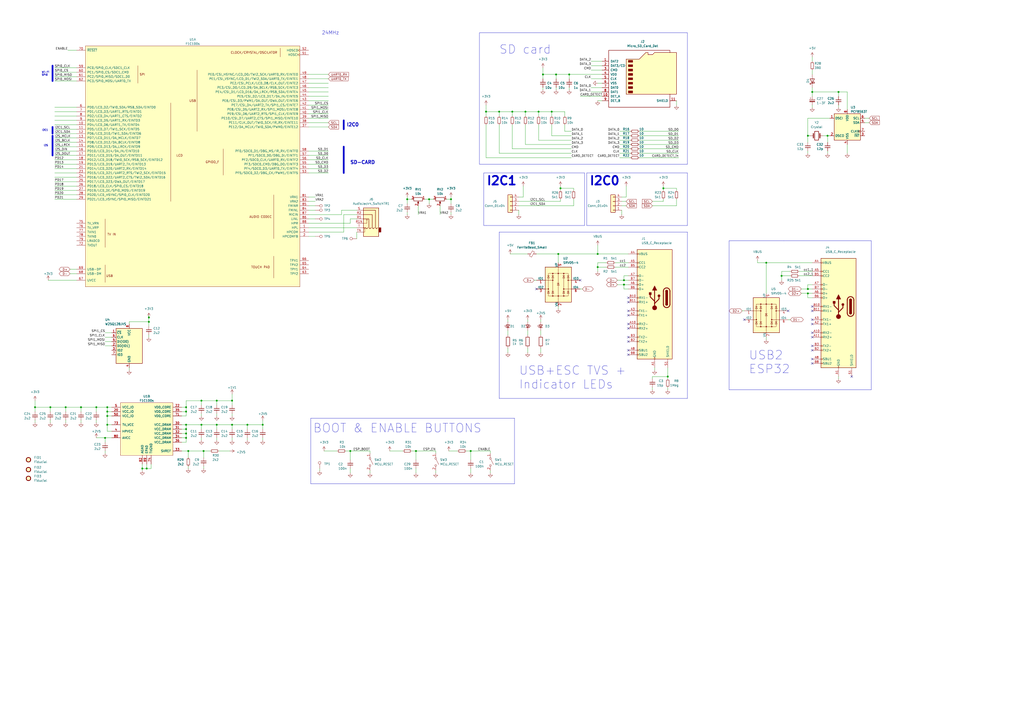
<source format=kicad_sch>
(kicad_sch (version 20230121) (generator eeschema)
  (paper "A2")
  (junction (at 55.88 236.22))
  (junction (at 322.58 43.18))
  (junction (at 297.18 64.77))
  (junction (at 346.71 147.32))
  (junction (at 38.1 236.22))
  (junction (at 62.23 241.3))
  (junction (at 60.96 254))
  (junction (at 62.23 238.76))
  (junction (at 486.41 53.34))
  (junction (at 468.63 167.64))
  (junction (at 62.23 236.22))
  (junction (at 236.22 115.57))
  (junction (at 86.36 186.69))
  (junction (at 320.04 64.77))
  (junction (at 125.73 232.41))
  (junction (at 86.36 184.15))
  (junction (at 312.42 64.77))
  (junction (at 134.62 246.38))
  (junction (at 361.95 162.56))
  (junction (at 107.95 246.38))
  (junction (at 203.2 261.62))
  (junction (at 46.99 236.22))
  (junction (at 125.73 246.38))
  (junction (at 62.23 246.38))
  (junction (at 361.95 165.1))
  (junction (at 109.22 261.62))
  (junction (at 323.85 147.32))
  (junction (at 134.62 232.41))
  (junction (at 453.39 160.02))
  (junction (at 314.96 43.18))
  (junction (at -133.35 -2.54))
  (junction (at 107.95 254))
  (junction (at 248.92 115.57))
  (junction (at 107.95 251.46))
  (junction (at 82.55 271.78))
  (junction (at 152.4 246.38))
  (junction (at 444.5 152.4))
  (junction (at 107.95 236.22))
  (junction (at 29.21 236.22))
  (junction (at 116.84 232.41))
  (junction (at 107.95 238.76))
  (junction (at 20.32 236.22))
  (junction (at 289.56 64.77))
  (junction (at 330.2 43.18))
  (junction (at 468.63 78.74))
  (junction (at 281.94 64.77))
  (junction (at 325.12 109.22))
  (junction (at 116.84 246.38))
  (junction (at 468.63 170.18))
  (junction (at 107.95 248.92))
  (junction (at 273.05 261.62))
  (junction (at -124.46 -2.54))
  (junction (at 85.09 271.78))
  (junction (at 261.62 115.57))
  (junction (at 241.3 261.62))
  (junction (at 471.17 53.34))
  (junction (at 346.71 154.94))
  (junction (at 143.51 246.38))
  (junction (at 304.8 64.77))
  (junction (at 384.81 109.22))
  (junction (at 118.11 261.62))
  (junction (at 480.06 78.74))
  (junction (at 387.35 218.44))
  (no_connect (at 364.49 195.58))
  (no_connect (at 364.49 198.12))
  (no_connect (at 364.49 182.88))
  (no_connect (at 471.17 180.34))
  (no_connect (at 364.49 203.2))
  (no_connect (at 471.17 177.8))
  (no_connect (at 471.17 195.58))
  (no_connect (at 457.2 180.34))
  (no_connect (at 364.49 190.5))
  (no_connect (at 364.49 205.74))
  (no_connect (at 471.17 210.82))
  (no_connect (at 364.49 175.26))
  (no_connect (at 471.17 203.2))
  (no_connect (at 336.55 162.56))
  (no_connect (at 471.17 185.42))
  (no_connect (at 364.49 187.96))
  (no_connect (at 471.17 193.04))
  (no_connect (at 471.17 200.66))
  (no_connect (at 431.8 185.42))
  (no_connect (at 471.17 187.96))
  (no_connect (at 311.15 167.64))
  (no_connect (at 364.49 180.34))
  (no_connect (at 364.49 172.72))
  (no_connect (at 494.03 218.44))
  (no_connect (at 471.17 208.28))
  (wire (pts (xy 60.96 198.12) (xy 64.77 198.12)))
  (wire (pts (xy 185.42 273.05) (xy 185.42 271.78)))
  (wire (pts (xy 116.84 254) (xy 116.84 255.27)))
  (wire (pts (xy 179.07 137.16) (xy 182.88 137.16)))
  (wire (pts (xy 468.63 167.64) (xy 471.17 167.64)))
  (wire (pts (xy 346.71 58.42) (xy 349.25 58.42)))
  (wire (pts (xy 64.77 238.76) (xy 62.23 238.76)))
  (wire (pts (xy 370.84 78.74) (xy 393.7 78.74)))
  (wire (pts (xy 468.63 82.55) (xy 468.63 78.74)))
  (wire (pts (xy 260.35 261.62) (xy 265.43 261.62)))
  (wire (pts (xy 468.63 170.18) (xy 471.17 170.18)))
  (wire (pts (xy 116.84 246.38) (xy 125.73 246.38)))
  (wire (pts (xy 322.58 43.18) (xy 330.2 43.18)))
  (wire (pts (xy -120.65 12.7) (xy -120.65 -2.54)))
  (wire (pts (xy 105.41 241.3) (xy 107.95 241.3)))
  (wire (pts (xy 60.96 195.58) (xy 64.77 195.58)))
  (wire (pts (xy 31.75 69.85) (xy 44.45 69.85)))
  (wire (pts (xy 471.17 50.8) (xy 471.17 53.34)))
  (wire (pts (xy 359.41 91.44) (xy 365.76 91.44)))
  (wire (pts (xy 320.04 64.77) (xy 320.04 67.31)))
  (polyline (pts (xy 454.66 139.7) (xy 505.46 139.7)))
  (wire (pts (xy 392.43 119.38) (xy 392.43 115.57)))
  (wire (pts (xy 323.85 179.07) (xy 323.85 177.8)))
  (wire (pts (xy 281.94 60.96) (xy 281.94 64.77)))
  (wire (pts (xy 468.63 78.74) (xy 469.9 78.74)))
  (wire (pts (xy -22.86 55.88) (xy -35.56 55.88)))
  (wire (pts (xy 468.63 172.72) (xy 471.17 172.72)))
  (wire (pts (xy 82.55 271.78) (xy 82.55 273.05)))
  (wire (pts (xy 179.07 119.38) (xy 182.88 119.38)))
  (wire (pts (xy 284.48 261.62) (xy 284.48 262.89)))
  (wire (pts (xy 430.53 180.34) (xy 431.8 180.34)))
  (polyline (pts (xy 422.91 226.06) (xy 422.91 139.7)))
  (wire (pts (xy 359.41 81.28) (xy 365.76 81.28)))
  (wire (pts (xy 179.07 55.88) (xy 190.5 55.88)))
  (wire (pts (xy 107.95 238.76) (xy 107.95 236.22)))
  (wire (pts (xy 453.39 160.02) (xy 453.39 157.48)))
  (polyline (pts (xy 505.46 226.06) (xy 422.91 226.06)))
  (wire (pts (xy 349.25 48.26) (xy 346.71 48.26)))
  (wire (pts (xy 107.95 251.46) (xy 107.95 248.92)))
  (polyline (pts (xy 30.48 73.66) (xy 30.48 77.47)) (stroke (width 1) (type solid)))
  (wire (pts (xy 289.56 88.9) (xy 289.56 72.39)))
  (wire (pts (xy 384.81 107.95) (xy 384.81 109.22)))
  (wire (pts (xy 289.56 64.77) (xy 289.56 67.31)))
  (polyline (pts (xy 505.46 139.7) (xy 505.46 226.06)))
  (wire (pts (xy 294.64 201.93) (xy 294.64 204.47)))
  (wire (pts (xy 444.5 170.18) (xy 444.5 152.4)))
  (polyline (pts (xy 278.13 19.05) (xy 398.78 19.05)))
  (wire (pts (xy 44.45 107.95) (xy 31.75 107.95)))
  (wire (pts (xy 313.69 194.31) (xy 313.69 191.77)))
  (wire (pts (xy 471.17 53.34) (xy 486.41 53.34)))
  (wire (pts (xy 31.75 72.39) (xy 44.45 72.39)))
  (polyline (pts (xy 339.09 100.33) (xy 280.67 100.33)))
  (wire (pts (xy 74.93 186.69) (xy 74.93 187.96)))
  (wire (pts (xy -124.46 5.08) (xy -124.46 6.35)))
  (wire (pts (xy 86.36 189.23) (xy 86.36 186.69)))
  (wire (pts (xy 458.47 185.42) (xy 457.2 185.42)))
  (wire (pts (xy 359.41 76.2) (xy 365.76 76.2)))
  (polyline (pts (xy 398.78 134.62) (xy 398.78 231.14)))
  (wire (pts (xy 207.01 134.62) (xy 207.01 138.43)))
  (wire (pts (xy 44.45 113.03) (xy 31.75 113.03)))
  (wire (pts (xy 337.82 167.64) (xy 336.55 167.64)))
  (wire (pts (xy 203.2 261.62) (xy 214.63 261.62)))
  (wire (pts (xy 439.42 151.13) (xy 439.42 152.4)))
  (wire (pts (xy 134.62 240.03) (xy 134.62 241.3)))
  (wire (pts (xy 198.12 121.92) (xy 207.01 121.92)))
  (polyline (pts (xy 398.78 130.81) (xy 398.78 100.33)))
  (wire (pts (xy 330.2 50.8) (xy 330.2 52.07)))
  (wire (pts (xy 107.95 254) (xy 107.95 251.46)))
  (wire (pts (xy 64.77 250.19) (xy 62.23 250.19)))
  (wire (pts (xy 312.42 64.77) (xy 312.42 67.31)))
  (wire (pts (xy 342.9 38.1) (xy 349.25 38.1)))
  (wire (pts (xy 31.75 46.99) (xy 44.45 46.99)))
  (wire (pts (xy 325.12 109.22) (xy 325.12 110.49)))
  (wire (pts (xy -168.91 17.78) (xy -166.37 17.78)))
  (wire (pts (xy 359.41 86.36) (xy 365.76 86.36)))
  (wire (pts (xy 453.39 162.56) (xy 453.39 160.02)))
  (wire (pts (xy 29.21 238.76) (xy 29.21 236.22)))
  (wire (pts (xy 60.96 193.04) (xy 64.77 193.04)))
  (wire (pts (xy 179.07 58.42) (xy 190.5 58.42)))
  (wire (pts (xy 392.43 109.22) (xy 384.81 109.22)))
  (wire (pts (xy 378.46 116.84) (xy 384.81 116.84)))
  (wire (pts (xy 261.62 118.11) (xy 261.62 115.57)))
  (polyline (pts (xy 289.56 134.62) (xy 347.98 134.62)))
  (wire (pts (xy -133.35 0) (xy -133.35 -2.54)))
  (wire (pts (xy 125.73 254) (xy 125.73 255.27)))
  (wire (pts (xy 361.95 160.02) (xy 361.95 162.56)))
  (wire (pts (xy 311.15 147.32) (xy 323.85 147.32)))
  (wire (pts (xy 304.8 83.82) (xy 304.8 72.39)))
  (wire (pts (xy 332.74 110.49) (xy 332.74 109.22)))
  (wire (pts (xy 314.96 43.18) (xy 314.96 45.72)))
  (wire (pts (xy 199.39 124.46) (xy 207.01 124.46)))
  (wire (pts (xy 125.73 232.41) (xy 134.62 232.41)))
  (wire (pts (xy 31.75 77.47) (xy 44.45 77.47)))
  (wire (pts (xy 346.71 147.32) (xy 364.49 147.32)))
  (polyline (pts (xy 298.45 280.67) (xy 180.34 280.67)))
  (wire (pts (xy 64.77 241.3) (xy 62.23 241.3)))
  (wire (pts (xy 105.41 248.92) (xy 107.95 248.92)))
  (wire (pts (xy 31.75 62.23) (xy 44.45 62.23)))
  (wire (pts (xy -124.46 0) (xy -124.46 -2.54)))
  (wire (pts (xy 468.63 68.58) (xy 468.63 78.74)))
  (wire (pts (xy 179.07 127) (xy 182.88 127)))
  (wire (pts (xy 331.47 88.9) (xy 289.56 88.9)))
  (wire (pts (xy 327.66 76.2) (xy 331.47 76.2)))
  (wire (pts (xy 31.75 44.45) (xy 44.45 44.45)))
  (wire (pts (xy 179.07 60.96) (xy 190.5 60.96)))
  (wire (pts (xy 60.96 261.62) (xy 60.96 262.89)))
  (wire (pts (xy 109.22 261.62) (xy 118.11 261.62)))
  (wire (pts (xy 62.23 250.19) (xy 62.23 246.38)))
  (wire (pts (xy 356.87 152.4) (xy 364.49 152.4)))
  (wire (pts (xy 325.12 115.57) (xy 325.12 116.84)))
  (wire (pts (xy 179.07 97.79) (xy 190.5 97.79)))
  (wire (pts (xy 370.84 83.82) (xy 393.7 83.82)))
  (wire (pts (xy 31.75 102.87) (xy 44.45 102.87)))
  (wire (pts (xy 44.45 97.79) (xy 31.75 97.79)))
  (wire (pts (xy 330.2 43.18) (xy 330.2 45.72)))
  (wire (pts (xy 179.07 134.62) (xy 199.39 134.62)))
  (wire (pts (xy 214.63 262.89) (xy 214.63 261.62)))
  (wire (pts (xy 303.53 107.95) (xy 303.53 114.3)))
  (wire (pts (xy 179.07 50.8) (xy 190.5 50.8)))
  (wire (pts (xy 313.69 185.42) (xy 313.69 186.69)))
  (wire (pts (xy 86.36 182.88) (xy 86.36 184.15)))
  (wire (pts (xy 370.84 76.2) (xy 393.7 76.2)))
  (wire (pts (xy 29.21 236.22) (xy 38.1 236.22)))
  (wire (pts (xy 31.75 100.33) (xy 44.45 100.33)))
  (wire (pts (xy 304.8 64.77) (xy 297.18 64.77)))
  (wire (pts (xy 87.63 269.24) (xy 87.63 271.78)))
  (wire (pts (xy 504.19 71.12) (xy 501.65 71.12)))
  (wire (pts (xy 60.96 200.66) (xy 64.77 200.66)))
  (wire (pts (xy 38.1 243.84) (xy 38.1 245.11)))
  (wire (pts (xy 327.66 72.39) (xy 327.66 76.2)))
  (wire (pts (xy 40.64 158.75) (xy 44.45 158.75)))
  (wire (pts (xy 359.41 83.82) (xy 365.76 83.82)))
  (wire (pts (xy 179.07 68.58) (xy 190.5 68.58)))
  (wire (pts (xy 179.07 121.92) (xy 182.88 121.92)))
  (wire (pts (xy 252.73 262.89) (xy 252.73 261.62)))
  (wire (pts (xy 152.4 254) (xy 152.4 255.27)))
  (wire (pts (xy 203.2 129.54) (xy 203.2 127)))
  (wire (pts (xy 31.75 74.93) (xy 44.45 74.93)))
  (wire (pts (xy 236.22 114.3) (xy 236.22 115.57)))
  (wire (pts (xy 378.46 224.79) (xy 378.46 226.06)))
  (wire (pts (xy 105.41 256.54) (xy 107.95 256.54)))
  (wire (pts (xy -71.12 33.02) (xy -74.93 33.02)))
  (polyline (pts (xy 339.09 130.81) (xy 339.09 100.33)))
  (polyline (pts (xy 180.34 242.57) (xy 298.45 242.57)))
  (wire (pts (xy 127 261.62) (xy 133.35 261.62)))
  (polyline (pts (xy 298.45 242.57) (xy 298.45 280.67)))
  (wire (pts (xy 300.99 119.38) (xy 332.74 119.38)))
  (wire (pts (xy 486.41 53.34) (xy 491.49 53.34)))
  (wire (pts (xy 38.1 238.76) (xy 38.1 236.22)))
  (wire (pts (xy 179.07 132.08) (xy 207.01 132.08)))
  (wire (pts (xy 62.23 246.38) (xy 62.23 241.3)))
  (wire (pts (xy 360.68 124.46) (xy 360.68 121.92)))
  (wire (pts (xy 314.96 39.37) (xy 314.96 43.18)))
  (wire (pts (xy 198.12 124.46) (xy 198.12 121.92)))
  (wire (pts (xy 468.63 87.63) (xy 468.63 88.9)))
  (wire (pts (xy 31.75 39.37) (xy 44.45 39.37)))
  (wire (pts (xy 261.62 123.19) (xy 261.62 124.46)))
  (wire (pts (xy 480.06 78.74) (xy 481.33 78.74)))
  (wire (pts (xy 261.62 115.57) (xy 259.08 115.57)))
  (wire (pts (xy 471.17 60.96) (xy 471.17 62.23)))
  (wire (pts (xy 105.41 236.22) (xy 107.95 236.22)))
  (wire (pts (xy 342.9 45.72) (xy 349.25 45.72)))
  (wire (pts (xy 134.62 234.95) (xy 134.62 232.41)))
  (wire (pts (xy 273.05 271.78) (xy 273.05 274.32)))
  (wire (pts (xy 109.22 270.51) (xy 109.22 271.78)))
  (wire (pts (xy 336.55 55.88) (xy 349.25 55.88)))
  (wire (pts (xy 31.75 80.01) (xy 44.45 80.01)))
  (wire (pts (xy 31.75 115.57) (xy 44.45 115.57)))
  (wire (pts (xy 236.22 115.57) (xy 238.76 115.57)))
  (wire (pts (xy 55.88 236.22) (xy 46.99 236.22)))
  (wire (pts (xy 312.42 64.77) (xy 304.8 64.77)))
  (polyline (pts (xy 398.78 95.25) (xy 398.78 19.05)))
  (wire (pts (xy 363.22 116.84) (xy 360.68 116.84)))
  (wire (pts (xy 179.07 45.72) (xy 190.5 45.72)))
  (wire (pts (xy 273.05 266.7) (xy 273.05 261.62)))
  (wire (pts (xy 179.07 100.33) (xy 190.5 100.33)))
  (wire (pts (xy 379.73 213.36) (xy 379.73 214.63)))
  (wire (pts (xy 300.99 124.46) (xy 300.99 121.92)))
  (wire (pts (xy -22.86 50.8) (xy -35.56 50.8)))
  (wire (pts (xy 300.99 116.84) (xy 325.12 116.84)))
  (wire (pts (xy 261.62 114.3) (xy 261.62 115.57)))
  (wire (pts (xy 105.41 261.62) (xy 109.22 261.62)))
  (wire (pts (xy 125.73 246.38) (xy 134.62 246.38)))
  (wire (pts (xy 361.95 167.64) (xy 364.49 167.64)))
  (wire (pts (xy 203.2 271.78) (xy 203.2 274.32)))
  (wire (pts (xy 105.41 254) (xy 107.95 254)))
  (wire (pts (xy 361.95 160.02) (xy 364.49 160.02)))
  (wire (pts (xy 143.51 248.92) (xy 143.51 246.38)))
  (wire (pts (xy 203.2 127) (xy 207.01 127)))
  (wire (pts (xy 134.62 246.38) (xy 143.51 246.38)))
  (wire (pts (xy 46.99 243.84) (xy 46.99 245.11)))
  (wire (pts (xy 236.22 123.19) (xy 236.22 124.46)))
  (wire (pts (xy 62.23 238.76) (xy 62.23 236.22)))
  (polyline (pts (xy 341.63 130.81) (xy 398.78 130.81)))
  (wire (pts (xy 486.41 60.96) (xy 486.41 62.23)))
  (wire (pts (xy 387.35 224.79) (xy 387.35 226.06)))
  (polyline (pts (xy 280.67 100.33) (xy 280.67 130.81)))
  (wire (pts (xy 297.18 72.39) (xy 297.18 86.36)))
  (wire (pts (xy 363.22 114.3) (xy 360.68 114.3)))
  (wire (pts (xy 31.75 87.63) (xy 44.45 87.63)))
  (wire (pts (xy 55.88 254) (xy 60.96 254)))
  (wire (pts (xy 236.22 118.11) (xy 236.22 115.57)))
  (wire (pts (xy 55.88 243.84) (xy 55.88 245.11)))
  (wire (pts (xy 203.2 261.62) (xy 200.66 261.62)))
  (wire (pts (xy 179.07 53.34) (xy 190.5 53.34)))
  (wire (pts (xy 294.64 185.42) (xy 294.64 186.69)))
  (wire (pts (xy 361.95 162.56) (xy 364.49 162.56)))
  (wire (pts (xy 313.69 204.47) (xy 313.69 201.93)))
  (polyline (pts (xy 278.13 95.25) (xy 398.78 95.25)))
  (polyline (pts (xy 280.67 130.81) (xy 281.94 130.81)))
  (wire (pts (xy 480.06 87.63) (xy 480.06 88.9)))
  (wire (pts (xy 20.32 243.84) (xy 20.32 245.11)))
  (polyline (pts (xy 281.94 130.81) (xy 339.09 130.81)))
  (wire (pts (xy -133.35 -6.35) (xy -133.35 -2.54)))
  (wire (pts (xy 370.84 91.44) (xy 393.7 91.44)))
  (wire (pts (xy 179.07 92.71) (xy 190.5 92.71)))
  (wire (pts (xy 439.42 152.4) (xy 444.5 152.4)))
  (wire (pts (xy 297.18 86.36) (xy 331.47 86.36)))
  (wire (pts (xy 468.63 165.1) (xy 471.17 165.1)))
  (wire (pts (xy 107.95 232.41) (xy 107.95 236.22)))
  (wire (pts (xy 199.39 134.62) (xy 199.39 124.46)))
  (polyline (pts (xy 278.13 19.05) (xy 278.13 95.25)))
  (wire (pts (xy 241.3 261.62) (xy 252.73 261.62)))
  (wire (pts (xy 273.05 261.62) (xy 284.48 261.62)))
  (wire (pts (xy 370.84 81.28) (xy 393.7 81.28)))
  (wire (pts (xy 363.22 119.38) (xy 360.68 119.38)))
  (polyline (pts (xy 199.39 100.33) (xy 199.39 85.09)) (stroke (width 1) (type solid)))
  (polyline (pts (xy 30.48 38.1) (xy 30.48 46.99)) (stroke (width 1) (type solid)))
  (wire (pts (xy 320.04 78.74) (xy 320.04 72.39)))
  (wire (pts (xy 143.51 246.38) (xy 152.4 246.38)))
  (wire (pts (xy 82.55 269.24) (xy 82.55 271.78)))
  (wire (pts (xy 309.88 162.56) (xy 311.15 162.56)))
  (wire (pts (xy 491.49 53.34) (xy 491.49 63.5)))
  (wire (pts (xy 74.93 186.69) (xy 86.36 186.69)))
  (wire (pts (xy 384.81 115.57) (xy 384.81 116.84)))
  (wire (pts (xy 481.33 68.58) (xy 468.63 68.58)))
  (wire (pts (xy 289.56 64.77) (xy 297.18 64.77)))
  (wire (pts (xy 358.14 162.56) (xy 361.95 162.56)))
  (wire (pts (xy 331.47 78.74) (xy 320.04 78.74)))
  (wire (pts (xy 31.75 95.25) (xy 44.45 95.25)))
  (wire (pts (xy -71.12 27.94) (xy -74.93 27.94)))
  (wire (pts (xy -71.12 25.4) (xy -74.93 25.4)))
  (polyline (pts (xy 340.36 130.81) (xy 341.63 130.81)))
  (wire (pts (xy 118.11 261.62) (xy 118.11 265.43)))
  (wire (pts (xy 118.11 261.62) (xy 121.92 261.62)))
  (wire (pts (xy 31.75 67.31) (xy 44.45 67.31)))
  (wire (pts (xy 359.41 88.9) (xy 365.76 88.9)))
  (wire (pts (xy 370.84 88.9) (xy 393.7 88.9)))
  (wire (pts (xy 179.07 66.04) (xy 190.5 66.04)))
  (wire (pts (xy 294.64 191.77) (xy 294.64 194.31)))
  (wire (pts (xy 39.37 29.21) (xy 44.45 29.21)))
  (wire (pts (xy 331.47 83.82) (xy 304.8 83.82)))
  (wire (pts (xy 342.9 50.8) (xy 349.25 50.8)))
  (wire (pts (xy 55.88 238.76) (xy 55.88 236.22)))
  (wire (pts (xy 86.36 184.15) (xy 86.36 186.69)))
  (wire (pts (xy 471.17 40.64) (xy 471.17 43.18)))
  (wire (pts (xy 392.43 110.49) (xy 392.43 109.22)))
  (wire (pts (xy 105.41 238.76) (xy 107.95 238.76)))
  (wire (pts (xy 444.5 196.85) (xy 444.5 195.58)))
  (wire (pts (xy 297.18 64.77) (xy 297.18 67.31)))
  (wire (pts (xy 384.81 109.22) (xy 384.81 110.49)))
  (wire (pts (xy 486.41 218.44) (xy 486.41 219.71)))
  (wire (pts (xy 314.96 43.18) (xy 322.58 43.18)))
  (wire (pts (xy 359.41 78.74) (xy 365.76 78.74)))
  (wire (pts (xy 179.07 95.25) (xy 190.5 95.25)))
  (wire (pts (xy 252.73 273.05) (xy 252.73 274.32)))
  (wire (pts (xy 179.07 48.26) (xy 190.5 48.26)))
  (polyline (pts (xy 398.78 231.14) (xy 289.56 231.14)))
  (wire (pts (xy 242.57 119.38) (xy 242.57 124.46)))
  (wire (pts (xy 331.47 91.44) (xy 281.94 91.44)))
  (wire (pts (xy 464.82 167.64) (xy 468.63 167.64)))
  (wire (pts (xy 306.07 191.77) (xy 306.07 194.31)))
  (wire (pts (xy 179.07 87.63) (xy 190.5 87.63)))
  (wire (pts (xy 134.62 254) (xy 134.62 255.27)))
  (wire (pts (xy 143.51 254) (xy 143.51 255.27)))
  (wire (pts (xy 468.63 165.1) (xy 468.63 167.64)))
  (wire (pts (xy 107.95 241.3) (xy 107.95 238.76)))
  (wire (pts (xy 31.75 41.91) (xy 44.45 41.91)))
  (polyline (pts (xy 199.39 74.93) (xy 199.39 69.85)) (stroke (width 1) (type solid)))
  (polyline (pts (xy 30.48 78.74) (xy 30.48 90.17)) (stroke (width 1) (type solid)))
  (wire (pts (xy 477.52 78.74) (xy 480.06 78.74)))
  (wire (pts (xy 179.07 124.46) (xy 198.12 124.46)))
  (wire (pts (xy 323.85 152.4) (xy 323.85 147.32)))
  (wire (pts (xy 471.17 33.02) (xy 471.17 35.56)))
  (wire (pts (xy 378.46 119.38) (xy 392.43 119.38)))
  (wire (pts (xy 64.77 236.22) (xy 62.23 236.22)))
  (wire (pts (xy -22.86 58.42) (xy -35.56 58.42)))
  (wire (pts (xy 387.35 218.44) (xy 387.35 219.71)))
  (wire (pts (xy 179.07 73.66) (xy 190.5 73.66)))
  (wire (pts (xy 361.95 165.1) (xy 361.95 167.64)))
  (wire (pts (xy 284.48 273.05) (xy 284.48 274.32)))
  (wire (pts (xy 248.92 115.57) (xy 246.38 115.57)))
  (wire (pts (xy 179.07 129.54) (xy 203.2 129.54)))
  (wire (pts (xy 453.39 157.48) (xy 458.47 157.48)))
  (polyline (pts (xy 340.36 100.33) (xy 340.36 130.81)))
  (wire (pts (xy 346.71 154.94) (xy 346.71 152.4)))
  (wire (pts (xy 281.94 72.39) (xy 281.94 91.44)))
  (wire (pts (xy 281.94 64.77) (xy 281.94 67.31)))
  (wire (pts (xy 62.23 241.3) (xy 62.23 238.76)))
  (wire (pts (xy 20.32 232.41) (xy 20.32 236.22)))
  (wire (pts (xy 116.84 232.41) (xy 125.73 232.41)))
  (wire (pts (xy 241.3 261.62) (xy 238.76 261.62)))
  (wire (pts (xy 134.62 248.92) (xy 134.62 246.38)))
  (polyline (pts (xy 289.56 231.14) (xy 289.56 134.62)))
  (wire (pts (xy 107.95 256.54) (xy 107.95 254)))
  (wire (pts (xy 320.04 64.77) (xy 327.66 64.77)))
  (wire (pts (xy 105.41 251.46) (xy 107.95 251.46)))
  (wire (pts (xy 40.64 156.21) (xy 44.45 156.21)))
  (wire (pts (xy 31.75 64.77) (xy 44.45 64.77)))
  (wire (pts (xy 46.99 238.76) (xy 46.99 236.22)))
  (wire (pts (xy 62.23 236.22) (xy 55.88 236.22)))
  (wire (pts (xy 27.94 162.56) (xy 44.45 162.56)))
  (wire (pts (xy 105.41 246.38) (xy 107.95 246.38)))
  (wire (pts (xy 85.09 269.24) (xy 85.09 271.78)))
  (wire (pts (xy 463.55 157.48) (xy 471.17 157.48)))
  (wire (pts (xy 468.63 170.18) (xy 468.63 172.72)))
  (wire (pts (xy 248.92 115.57) (xy 251.46 115.57)))
  (wire (pts (xy 60.96 256.54) (xy 60.96 254)))
  (wire (pts (xy 480.06 82.55) (xy 480.06 78.74)))
  (wire (pts (xy 31.75 82.55) (xy 44.45 82.55)))
  (wire (pts (xy 351.79 154.94) (xy 346.71 154.94)))
  (wire (pts (xy 125.73 234.95) (xy 125.73 232.41)))
  (wire (pts (xy 64.77 246.38) (xy 62.23 246.38)))
  (wire (pts (xy 312.42 64.77) (xy 320.04 64.77)))
  (wire (pts (xy 38.1 236.22) (xy 46.99 236.22)))
  (wire (pts (xy 152.4 248.92) (xy 152.4 246.38)))
  (wire (pts (xy -124.46 -2.54) (xy -120.65 -2.54)))
  (wire (pts (xy 332.74 119.38) (xy 332.74 115.57)))
  (wire (pts (xy 60.96 254) (xy 64.77 254)))
  (wire (pts (xy -133.35 5.08) (xy -133.35 6.35)))
  (wire (pts (xy 463.55 160.02) (xy 471.17 160.02)))
  (wire (pts (xy 306.07 185.42) (xy 306.07 186.69)))
  (wire (pts (xy 179.07 63.5) (xy 190.5 63.5)))
  (wire (pts (xy 346.71 157.48) (xy 346.71 154.94)))
  (wire (pts (xy 44.45 110.49) (xy 31.75 110.49)))
  (wire (pts (xy 323.85 147.32) (xy 346.71 147.32)))
  (wire (pts (xy 125.73 248.92) (xy 125.73 246.38)))
  (wire (pts (xy 182.88 116.84) (xy 179.07 116.84)))
  (wire (pts (xy 312.42 72.39) (xy 312.42 81.28)))
  (wire (pts (xy 187.96 261.62) (xy 195.58 261.62)))
  (wire (pts (xy 342.9 53.34) (xy 349.25 53.34)))
  (wire (pts (xy 20.32 238.76) (xy 20.32 236.22)))
  (wire (pts (xy 295.91 147.32) (xy 306.07 147.32)))
  (wire (pts (xy -133.35 -2.54) (xy -124.46 -2.54)))
  (wire (pts (xy 392.43 58.42) (xy 392.43 60.96)))
  (wire (pts (xy 87.63 271.78) (xy 85.09 271.78)))
  (wire (pts (xy 342.9 35.56) (xy 349.25 35.56)))
  (wire (pts (xy -22.86 53.34) (xy -35.56 53.34)))
  (polyline (pts (xy 398.78 100.33) (xy 340.36 100.33)))
  (wire (pts (xy 387.35 218.44) (xy 387.35 213.36)))
  (wire (pts (xy 226.06 261.62) (xy 233.68 261.62)))
  (wire (pts (xy 363.22 107.95) (xy 363.22 114.3)))
  (wire (pts (xy 85.09 271.78) (xy 82.55 271.78)))
  (wire (pts (xy 303.53 114.3) (xy 300.99 114.3)))
  (wire (pts (xy 464.82 170.18) (xy 468.63 170.18)))
  (polyline (pts (xy 347.98 134.62) (xy 398.78 134.62)))
  (wire (pts (xy 255.27 119.38) (xy 255.27 124.46)))
  (wire (pts (xy 74.93 213.36) (xy 74.93 214.63)))
  (wire (pts (xy 116.84 240.03) (xy 116.84 241.3)))
  (wire (pts (xy 330.2 43.18) (xy 349.25 43.18)))
  (wire (pts (xy 332.74 109.22) (xy 325.12 109.22)))
  (wire (pts (xy 327.66 64.77) (xy 327.66 67.31)))
  (wire (pts (xy 152.4 243.84) (xy 152.4 246.38)))
  (wire (pts (xy 306.07 201.93) (xy 306.07 204.47)))
  (polyline (pts (xy 422.91 139.7) (xy 454.66 139.7)))
  (wire (pts (xy 182.88 114.3) (xy 179.07 114.3)))
  (wire (pts (xy 486.41 55.88) (xy 486.41 53.34)))
  (wire (pts (xy 361.95 165.1) (xy 364.49 165.1)))
  (wire (pts (xy 31.75 92.71) (xy 44.45 92.71)))
  (wire (pts (xy 346.71 142.24) (xy 346.71 147.32)))
  (wire (pts (xy 134.62 232.41) (xy 134.62 228.6)))
  (wire (pts (xy 20.32 236.22) (xy 29.21 236.22)))
  (wire (pts (xy 86.36 194.31) (xy 86.36 195.58)))
  (wire (pts (xy 125.73 240.03) (xy 125.73 241.3)))
  (wire (pts (xy 314.96 50.8) (xy 314.96 52.07)))
  (wire (pts (xy 325.12 107.95) (xy 325.12 109.22)))
  (wire (pts (xy 31.75 85.09) (xy 44.45 85.09)))
  (wire (pts (xy 304.8 64.77) (xy 304.8 67.31)))
  (wire (pts (xy 358.14 165.1) (xy 361.95 165.1)))
  (wire (pts (xy 241.3 271.78) (xy 241.3 274.32)))
  (wire (pts (xy 346.71 152.4) (xy 351.79 152.4)))
  (wire (pts (xy 491.49 83.82) (xy 491.49 88.9)))
  (wire (pts (xy 458.47 160.02) (xy 453.39 160.02)))
  (wire (pts (xy 107.95 246.38) (xy 116.84 246.38)))
  (wire (pts (xy 444.5 152.4) (xy 471.17 152.4)))
  (wire (pts (xy 248.92 118.11) (xy 248.92 115.57)))
  (wire (pts (xy 378.46 218.44) (xy 387.35 218.44)))
  (polyline (pts (xy 180.34 280.67) (xy 180.34 242.57)))
  (wire (pts (xy 471.17 53.34) (xy 471.17 55.88)))
  (wire (pts (xy 241.3 266.7) (xy 241.3 261.62)))
  (wire (pts (xy 370.84 86.36) (xy 393.7 86.36)))
  (wire (pts (xy 322.58 50.8) (xy 322.58 52.07)))
  (wire (pts (xy 504.19 68.58) (xy 501.65 68.58)))
  (wire (pts (xy 179.07 43.18) (xy 190.5 43.18)))
  (wire (pts (xy 29.21 243.84) (xy 29.21 245.11)))
  (wire (pts (xy 116.84 248.92) (xy 116.84 246.38)))
  (wire (pts (xy 203.2 266.7) (xy 203.2 261.62)))
  (wire (pts (xy 179.07 71.12) (xy 190.5 71.12)))
  (wire (pts (xy 118.11 270.51) (xy 118.11 271.78)))
  (wire (pts (xy 342.9 40.64) (xy 349.25 40.64)))
  (wire (pts (xy -120.65 93.98) (xy -120.65 95.25)))
  (wire (pts (xy 107.95 248.92) (xy 107.95 246.38)))
  (wire (pts (xy 312.42 81.28) (xy 331.47 81.28)))
  (wire (pts (xy 107.95 232.41) (xy 116.84 232.41)))
  (wire (pts (xy 44.45 105.41) (xy 31.75 105.41)))
  (wire (pts (xy 31.75 90.17) (xy 44.45 90.17)))
  (wire (pts (xy 116.84 234.95) (xy 116.84 232.41)))
  (wire (pts (xy 109.22 265.43) (xy 109.22 261.62)))
  (wire (pts (xy 322.58 43.18) (xy 322.58 45.72)))
  (wire (pts (xy 281.94 64.77) (xy 289.56 64.77)))
  (wire (pts (xy 378.46 218.44) (xy 378.46 219.71)))
  (wire (pts (xy 356.87 154.94) (xy 364.49 154.94)))
  (wire (pts (xy 214.63 273.05) (xy 214.63 274.32)))
  (wire (pts (xy 270.51 261.62) (xy 273.05 261.62)))
  (wire (pts (xy 179.07 90.17) (xy 190.5 90.17)))
  (text "USB+ESC TVS + \nIndicator LEDs" (at 300.99 226.06 0) (effects (font (size 5 5)) (justify left bottom)))
  (text "BOOT & ENABLE BUTTONS" (at 181.61 251.46 0) (effects (font (size 5 5)) (justify left bottom)))
  (text "24MHz" (at 186.69 20.32 0) (effects (font (size 2 2)) (justify left bottom)))
  (text "USB2 \nESP32" (at 434.34 217.17 0) (effects (font (size 5 5)) (justify left bottom)))
  (text "SD card" (at 289.56 31.75 0) (effects (font (size 5 5)) (justify left bottom)))
  (text "I2C0" (at 208.28 73.66 0) (effects (font (size 2 2) (thickness 0.4) bold) (justify right bottom)))
  (text "I2C1" (at 281.94 107.95 0) (effects (font (size 5 5) (thickness 1) bold) (justify left bottom)))
  (text "Wi-Fi\nSPI0" (at 24.13 44.196 0) (effects (font (size 1 1) (thickness 0.2) bold) (justify left bottom)))
  (text "I2C0" (at 341.63 107.95 0) (effects (font (size 5 5) (thickness 1) bold) (justify left bottom)))
  (text "I2C1" (at 27.94 76.2 0) (effects (font (size 1 1) (thickness 0.2) bold) (justify right bottom)))
  (text "SD-CARD" (at 217.678 95.504 0) (effects (font (size 2 2) (thickness 0.4) bold) (justify right bottom)))
  (text "I2S" (at 27.94 85.09 0) (effects (font (size 1 1) (thickness 0.2) bold) (justify right bottom)))
  (label "CMD" (at 331.47 86.36 0))
  (label "PD20" (at 31.75 113.03 0))
  (label "cc2" (at 359.41 154.94 0))
  (label "SD_D3" (at 190.5 97.79 0))
  (label "ENABLE" (at 284.48 261.62 180))
  (label "CMD" (at 359.41 86.36 180))
  (label "SPI0_CLK" (at -22.86 50.8 180))
  (label "SPI1_CS" (at 190.5 60.96 180))
  (label "ESP_BOOT" (at 214.63 261.62 180))
  (label "I2S_DOUT" (at 31.75 90.17 0))
  (label "CARD_DETECT" (at 359.41 91.44 180))
  (label "SD_D1" (at 190.5 87.63 0))
  (label "I2S_BCLK" (at 31.75 82.55 0))
  (label "SPI0_CS" (at -22.86 53.34 180))
  (label "SD_CLK" (at 393.7 88.9 180))
  (label "DATA_3" (at 331.47 83.82 0))
  (label "SPI1_MISO" (at 60.96 200.66 180))
  (label "PD12" (at 31.75 92.71 0))
  (label "SD_D0" (at 190.5 90.17 0))
  (label "DATA_2" (at 342.9 35.56 180))
  (label "CARD_DETECT" (at 336.55 55.88 0))
  (label "DATA_2" (at 331.47 81.28 0))
  (label "DATA_3" (at 359.41 83.82 180))
  (label "PD18" (at 31.75 107.95 0))
  (label "cc1" (at 359.41 152.4 0))
  (label "I2C1_SDA" (at 307.34 119.38 0))
  (label "SD_D3" (at 393.7 83.82 180))
  (label "I2S_DIN" (at 31.75 87.63 0))
  (label "CMD" (at 342.9 40.64 180))
  (label "SD_CLK" (at 190.5 92.71 0))
  (label "SD_D0" (at 393.7 76.2 180))
  (label "DATA_0" (at 359.41 76.2 180))
  (label "SPI1_CLK" (at 60.96 195.58 180))
  (label "CARD_DETECT_in" (at 393.7 91.44 180))
  (label "I2C1_SCL" (at 307.34 116.84 0))
  (label "I2C1_SDA" (at 31.75 77.47 0))
  (label "CLK" (at 331.47 88.9 0))
  (label "SPI0_MISO" (at -22.86 55.88 180))
  (label "I2C1_SCL" (at 31.75 74.93 0))
  (label "cc2_1" (at 466.09 160.02 0))
  (label "PD13" (at 31.75 95.25 0))
  (label "CARD_DETECT" (at 331.47 91.44 0))
  (label "CLK" (at 359.41 88.9 180))
  (label "ESP_EN" (at -168.91 17.78 180))
  (label "ESP_EN" (at 252.73 261.62 180))
  (label "CLK" (at 342.9 45.72 180))
  (label "PD17" (at 31.75 105.41 0))
  (label "PD21" (at 31.75 115.57 0))
  (label "ESP_BOOT" (at -71.12 33.02 0))
  (label "DATA_2" (at 359.41 81.28 180))
  (label "DATA_0" (at 342.9 50.8 180))
  (label "SPI1_MOSI" (at 60.96 198.12 180))
  (label "DATA_1" (at 359.41 78.74 180))
  (label "SPI0_MISO" (at 31.75 44.45 0))
  (label "SPI1_CLK" (at 190.5 66.04 180))
  (label "I2S_MCLK" (at 31.75 80.01 0))
  (label "SPI0_CS" (at 31.75 41.91 0))
  (label "VRA1" (at 242.57 124.46 0))
  (label "SD_D2" (at 190.5 100.33 0))
  (label "ENABLE" (at 39.37 29.21 180))
  (label "SPI1_CS" (at 60.96 193.04 180))
  (label "SPI0_CLK" (at 31.75 39.37 0))
  (label "DATA_0" (at 331.47 76.2 0))
  (label "SPI0_MOSI" (at -22.86 58.42 180))
  (label "SPI1_MISO" (at 190.5 68.58 180))
  (label "DATA_1" (at 331.47 78.74 0))
  (label "I2S_LRCK" (at 31.75 85.09 0))
  (label "SPI0_MOSI" (at 31.75 46.99 0))
  (label "SD_CMD" (at 190.5 95.25 0))
  (label "SD_D2" (at 393.7 81.28 180))
  (label "SPI1_MOSI" (at 190.5 63.5 180))
  (label "DATA_1" (at 342.9 53.34 180))
  (label "VRA2" (at 182.88 116.84 0))
  (label "VRA1" (at 182.88 114.3 0))
  (label "cc1_1" (at 466.09 157.48 0))
  (label "DATA_3" (at 342.9 38.1 180))
  (label "VRA2" (at 255.27 124.46 0))
  (label "PD14" (at 31.75 97.79 0))
  (label "SD_D1" (at 393.7 78.74 180))
  (label "PD19" (at 31.75 110.49 0))
  (label "SD_CMD" (at 393.7 86.36 180))
  (global_label "D1-" (shape bidirectional) (at -71.12 27.94 0) (property "Intersheetrefs" "${INTERSHEET_REFS}" (effects hide)))
  (global_label "SDA" (shape input) (at 190.5 73.66 0) (property "Intersheetrefs" "${INTERSHEET_REFS}" (effects hide)))
  (global_label "UART0_TX" (shape input) (at 190.5 45.72 0) (property "Intersheetrefs" "${INTERSHEET_REFS}" (effects hide)))
  (global_label "SDA" (shape input) (at 378.46 119.38 180) (property "Intersheetrefs" "${INTERSHEET_REFS}" (effects hide)))
  (global_label "SDA" (shape input) (at 504.19 71.12 0) (property "Intersheetrefs" "${INTERSHEET_REFS}" (effects hide)))
  (global_label "D2+" (shape bidirectional) (at -71.12 25.4 0) (property "Intersheetrefs" "${INTERSHEET_REFS}" (effects hide)))
  (global_label "D+" (shape bidirectional) (at 40.64 156.21 180) (property "Intersheetrefs" "${INTERSHEET_REFS}" (effects hide)))
  (global_label "SCL" (shape input) (at 363.22 116.84 0) (property "Intersheetrefs" "${INTERSHEET_REFS}" (effects hide)))
  (global_label "D2+" (shape bidirectional) (at 464.82 170.18 180) (property "Intersheetrefs" "${INTERSHEET_REFS}" (effects hide)))
  (global_label "D1-" (shape bidirectional) (at 464.82 167.64 180) (property "Intersheetrefs" "${INTERSHEET_REFS}" (effects hide)))
  (global_label "D-" (shape bidirectional) (at 358.14 162.56 180) (property "Intersheetrefs" "${INTERSHEET_REFS}" (effects hide)))
  (global_label "D2+" (shape bidirectional) (at 430.53 180.34 180) (property "Intersheetrefs" "${INTERSHEET_REFS}" (effects hide)))
  (global_label "UART0_RX" (shape input) (at 190.5 43.18 0) (property "Intersheetrefs" "${INTERSHEET_REFS}" (effects hide)))
  (global_label "D+" (shape bidirectional) (at 309.88 162.56 180) (property "Intersheetrefs" "${INTERSHEET_REFS}" (effects hide)))
  (global_label "D+" (shape bidirectional) (at 358.14 165.1 180) (property "Intersheetrefs" "${INTERSHEET_REFS}" (effects hide)))
  (global_label "SCL" (shape input) (at 378.46 116.84 180) (property "Intersheetrefs" "${INTERSHEET_REFS}" (effects hide)))
  (global_label "D1-" (shape bidirectional) (at 458.47 185.42 0) (property "Intersheetrefs" "${INTERSHEET_REFS}" (effects hide)))
  (global_label "SDA" (shape input) (at 363.22 119.38 0) (property "Intersheetrefs" "${INTERSHEET_REFS}" (effects hide)))
  (global_label "SCL" (shape input) (at 504.19 68.58 0) (property "Intersheetrefs" "${INTERSHEET_REFS}" (effects hide)))
  (global_label "SCL" (shape input) (at 190.5 71.12 0) (property "Intersheetrefs" "${INTERSHEET_REFS}" (effects hide)))
  (global_label "D-" (shape bidirectional) (at 337.82 167.64 0) (property "Intersheetrefs" "${INTERSHEET_REFS}" (effects hide)))
  (global_label "D-" (shape bidirectional) (at 40.64 158.75 180) (property "Intersheetrefs" "${INTERSHEET_REFS}" (effects hide)))
  (symbol (lib_id "Device:R_Small") (at 289.56 69.85 180) (unit 1)
    (property "Reference" "R14" (at 290.83 68.58 0) (effects (justify right)))
    (property "Value" "10k" (at 290.83 71.12 0) (effects (justify right)))
    (property "Footprint" "Resistor_SMD:R_0402_1005Metric" (effects hide))
    (property "LCSC" "C25744" (effects hide))
  )
  (symbol (lib_id "power:GND") (at 392.43 60.96 0) (unit 1)
    (property "Reference" "#PWR027" (effects hide))
    (property "Value" "GND" (effects hide))
  )
  (symbol (lib_id "power:GND") (at 313.69 204.47 0) (mirror y) (unit 1)
    (property "Reference" "#PWR017" (effects hide))
    (property "Value" "GND" (effects hide))
  )
  (symbol (lib_id "Device:R") (at 313.69 198.12 0) (mirror x) (unit 1)
    (property "Reference" "R7" (at 316.23 197.485 0) (effects (justify left)))
    (property "Value" "1k" (at 316.23 199.39 0) (effects (justify left)))
    (property "Footprint" "Resistor_SMD:R_0603_1608Metric" (effects hide))
    (property "Datasheet" "https://datasheet.lcsc.com/lcsc/1811022111_UNI-ROYAL-Uniroyal-Elec-0805W8F1001T5E_C17513.pdf" (effects hide))
    (property "LCSC" "C21190" (effects hide))
  )
  (symbol (lib_id "power:GND") (at 252.73 274.32 0) (unit 1)
    (property "Reference" "#PWR082" (effects hide))
    (property "Value" "GND" (effects hide))
  )
  (symbol (lib_id "Switch:SW_SPST") (at 252.73 267.97 270) (unit 1)
    (property "Reference" "SW3" (at 255.27 266.6999 90) (effects (justify left)))
    (property "Value" "MCU_RESET" (at 255.27 269.2399 90) (effects (justify left)))
    (property "Footprint" "SamacSys_Parts:PTS526SK15SMTR2LFS" (effects hide))
    (property "LCSC" "C318884" (effects hide))
  )
  (symbol (lib_id "power:GND") (at 346.71 58.42 0) (unit 1)
    (property "Reference" "#PWR026" (effects hide))
    (property "Value" "GND" (effects hide))
  )
  (symbol (lib_id "Device:R_Small") (at 461.01 157.48 270) (unit 1)
    (property "Reference" "R4" (at 456.565 154.94 90) (effects (justify left)))
    (property "Value" "5k1" (at 461.01 154.94 90) (effects (justify left)))
    (property "Footprint" "Resistor_SMD:R_0402_1005Metric" (effects hide))
    (property "LCSC" "C25905" (effects hide))
  )
  (symbol (lib_id "Device:C_Small") (at 468.63 85.09 0) (mirror y) (unit 1)
    (property "Reference" "C33" (at 466.09 83.82 0) (effects (justify left)))
    (property "Value" "12p" (at 466.09 86.36 0) (effects (justify left)))
    (property "Footprint" "Capacitor_SMD:C_0402_1005Metric" (effects hide))
    (property "Datasheet" "https://jlcpcb.com/partdetail/16531-CL10A105KB8NNNC/C15849" (effects hide))
    (property "LCSC" "C1547" (effects hide))
  )
  (symbol (lib_id "Device:R") (at 306.07 198.12 0) (mirror y) (unit 1)
    (property "Reference" "R6" (at 303.53 197.485 0) (effects (justify left)))
    (property "Value" "1k" (at 303.53 199.39 0) (effects (justify left)))
    (property "Footprint" "Resistor_SMD:R_0805_2012Metric" (effects hide))
    (property "Datasheet" "https://datasheet.lcsc.com/lcsc/1811022111_UNI-ROYAL-Uniroyal-Elec-0805W8F1001T5E_C17513.pdf" (effects hide))
    (property "LCSC" "C17513" (effects hide))
  )
  (symbol (lib_id "Device:R_Small") (at 368.3 86.36 90) (unit 1)
    (property "Reference" "R20" (at 363.22 85.09 90))
    (property "Value" "10" (at 372.11 85.09 90))
    (property "Footprint" "Resistor_SMD:R_0402_1005Metric" (effects hide))
    (property "Datasheet" "https://jlcpcb.com/partdetail/25820-0402WGF100JTCE/C25077" (effects hide))
    (property "LCSC" "C25077" (effects hide))
  )
  (symbol (lib_id "power:+3V3") (at 306.07 185.42 0) (mirror y) (unit 1)
    (property "Reference" "#PWR011" (effects hide))
    (property "Value" "+3V3" (at 306.07 180.34 0))
  )
  (symbol (lib_id "power:GND") (at 38.1 245.11 0) (mirror y) (unit 1)
    (property "Reference" "#PWR045" (effects hide))
    (property "Value" "GND" (effects hide))
  )
  (symbol (lib_id "power:+5V") (at 471.17 33.02 0) (unit 1)
    (property "Reference" "#PWR064" (effects hide))
    (property "Value" "+5V" (at 471.17 27.94 0))
  )
  (symbol (lib_id "power:GND") (at 346.71 48.26 270) (unit 1)
    (property "Reference" "#PWR022" (effects hide))
    (property "Value" "GND" (effects hide))
  )
  (symbol (lib_id "Mechanical:Fiducial") (at 16.51 272.415 0) (unit 1) (in_bom no)
    (property "Reference" "FID2" (at 19.685 271.1449 0) (effects (justify left)))
    (property "Value" "Fiducial" (at 19.685 273.6849 0) (effects (justify left)))
    (property "Footprint" "Symbol:KiCad-Logo2_5mm_SilkScreen" (effects hide))
  )
  (symbol (lib_id "power:GND") (at 444.5 196.85 0) (unit 1)
    (property "Reference" "#PWR062" (effects hide))
    (property "Value" "GND" (effects hide))
  )
  (symbol (lib_id "Device:R_Small") (at 320.04 69.85 180) (unit 1)
    (property "Reference" "R10" (at 321.31 68.58 0) (effects (justify right)))
    (property "Value" "10k" (at 321.31 71.12 0) (effects (justify right)))
    (property "Footprint" "Resistor_SMD:R_0402_1005Metric" (effects hide))
    (property "LCSC" "C25744" (effects hide))
  )
  (symbol (lib_id "Device:R_Small") (at 332.74 113.03 0) (unit 1)
    (property "Reference" "R27" (at 327.66 111.76 0) (effects (justify left)))
    (property "Value" "5k1" (at 327.66 114.3 0) (effects (justify left)))
    (property "Footprint" "Resistor_SMD:R_0402_1005Metric" (effects hide))
    (property "LCSC" "C25905" (effects hide))
  )
  (symbol (lib_id "Espressif:ESP32-S3-WROOM-1") (at -120.65 53.34 0) (unit 1)
    (property "Reference" "U6" (at -118.6941 11.43 0) (effects (justify left)))
    (property "Value" "ESP32-S3-WROOM-1" (at -118.6941 13.97 0) (effects (justify left)))
    (property "Footprint" "Espressif:ESP32-S3-WROOM-1" (effects hide))
    (property "Datasheet" "https://www.espressif.com/sites/default/files/documentation/esp32-s3-wroom-1_wroom-1u_datasheet_en.pdf" (effects hide))
  )
  (symbol (lib_id "Device:R_Potentiometer") (at 255.27 115.57 270) (unit 1)
    (property "Reference" "RV2" (at 255.27 109.855 90))
    (property "Value" "10k" (at 255.27 112.395 90))
    (property "Footprint" "Potentiometer_SMD:Potentiometer_Bourns_3314J_Vertical" (effects hide))
    (property "LCSC" "C36376" (effects hide))
  )
  (symbol (lib_id "Device:C_Small") (at 314.96 48.26 0) (mirror y) (unit 1)
    (property "Reference" "C4" (at 320.04 48.26 0) (effects (justify left)))
    (property "Value" "10u" (at 320.04 50.8 0) (effects (justify left)))
    (property "Footprint" "Capacitor_SMD:C_0603_1608Metric" (effects hide))
    (property "LCSC" "C96446" (effects hide))
  )
  (symbol (lib_id "power:+2V5") (at 55.88 254 0) (unit 1)
    (property "Reference" "#PWR048" (effects hide))
    (property "Value" "+2V5" (at 55.88 250.19 0))
  )
  (symbol (lib_id "power:GND") (at 486.41 62.23 0) (mirror y) (unit 1)
    (property "Reference" "#PWR058" (effects hide))
    (property "Value" "GND" (effects hide))
  )
  (symbol (lib_id "power:GND") (at 185.42 273.05 0) (unit 1)
    (property "Reference" "#PWR052" (effects hide))
    (property "Value" "GND" (effects hide))
  )
  (symbol (lib_id "power:GND") (at -124.46 6.35 0) (mirror y) (unit 1)
    (property "Reference" "#PWR078" (effects hide))
    (property "Value" "GND" (effects hide))
  )
  (symbol (lib_id "Device:C_Small") (at 486.41 58.42 0) (mirror y) (unit 1)
    (property "Reference" "C26" (at 483.87 57.15 0) (effects (justify left)))
    (property "Value" "2u2" (at 483.87 59.69 0) (effects (justify left)))
    (property "Footprint" "Capacitor_SMD:C_0402_1005Metric" (effects hide))
    (property "Datasheet" "https://jlcpcb.com/partdetail/16531-CL10A105KB8NNNC/C15849" (effects hide))
    (property "LCSC" "C12530" (effects hide))
  )
  (symbol (lib_id "power:GND") (at -133.35 6.35 0) (mirror y) (unit 1)
    (property "Reference" "#PWR077" (effects hide))
    (property "Value" "GND" (effects hide))
  )
  (symbol (lib_id "Device:C_Small") (at 322.58 48.26 0) (mirror y) (unit 1)
    (property "Reference" "C5" (at 327.66 48.26 0) (effects (justify left)))
    (property "Value" "10u" (at 327.66 50.8 0) (effects (justify left)))
    (property "Footprint" "Capacitor_SMD:C_0603_1608Metric" (effects hide))
    (property "LCSC" "C96446" (effects hide))
  )
  (symbol (lib_id "Mechanical:Fiducial") (at 16.51 266.7 0) (unit 1) (in_bom no)
    (property "Reference" "FID1" (at 19.685 265.4299 0) (effects (justify left)))
    (property "Value" "Fiducial" (at 19.685 267.9699 0) (effects (justify left)))
    (property "Footprint" "Fiducial:Fiducial_0.5mm_Mask1mm" (effects hide))
  )
  (symbol (lib_id "power:+3V3") (at 20.32 232.41 0) (unit 1)
    (property "Reference" "#PWR046" (effects hide))
    (property "Value" "+3V3" (at 20.32 227.33 0))
  )
  (symbol (lib_id "Device:R_Small") (at 304.8 69.85 180) (unit 1)
    (property "Reference" "R12" (at 306.07 68.58 0) (effects (justify right)))
    (property "Value" "10k" (at 306.07 71.12 0) (effects (justify right)))
    (property "Footprint" "Resistor_SMD:R_0402_1005Metric" (effects hide))
    (property "LCSC" "C25744" (effects hide))
  )
  (symbol (lib_id "power:GND") (at 86.36 195.58 0) (unit 1)
    (property "Reference" "#PWR060" (effects hide))
    (property "Value" "GND" (effects hide))
  )
  (symbol (lib_id "Mechanical:Fiducial") (at 16.51 277.495 0) (unit 1) (in_bom no)
    (property "Reference" "FID3" (at 19.685 276.2249 0) (effects (justify left)))
    (property "Value" "Fiducial" (at 19.685 278.7649 0) (effects (justify left)))
    (property "Footprint" "Symbol:WEEE-Logo_4.2x6mm_SilkScreen" (effects hide))
  )
  (symbol (lib_id "Device:R_Small") (at 281.94 69.85 180) (unit 1)
    (property "Reference" "R15" (at 283.21 68.58 0) (effects (justify right)))
    (property "Value" "10k" (at 283.21 71.12 0) (effects (justify right)))
    (property "Footprint" "Resistor_SMD:R_0402_1005Metric" (effects hide))
    (property "LCSC" "C25744" (effects hide))
  )
  (symbol (lib_id "Device:R_Small") (at 368.3 91.44 90) (unit 1)
    (property "Reference" "R22" (at 363.22 90.17 90))
    (property "Value" "10" (at 372.11 90.17 90))
    (property "Footprint" "Resistor_SMD:R_0402_1005Metric" (effects hide))
    (property "Datasheet" "https://jlcpcb.com/partdetail/25820-0402WGF100JTCE/C25077" (effects hide))
    (property "LCSC" "C25077" (effects hide))
  )
  (symbol (lib_id "power:GND") (at 60.96 262.89 0) (mirror y) (unit 1)
    (property "Reference" "#PWR056" (effects hide))
    (property "Value" "GND" (effects hide))
  )
  (symbol (lib_id "power:+3V3") (at 384.81 107.95 0) (unit 1)
    (property "Reference" "#PWR029" (effects hide))
    (property "Value" "+3V3" (at 384.81 102.87 0))
  )
  (symbol (lib_id "Device:C_Small") (at -133.35 2.54 0) (mirror y) (unit 1)
    (property "Reference" "C10" (at -135.89 1.27 0) (effects (justify left)))
    (property "Value" "2u2" (at -135.89 3.81 0) (effects (justify left)))
    (property "Footprint" "Capacitor_SMD:C_0402_1005Metric" (effects hide))
    (property "Datasheet" "https://jlcpcb.com/partdetail/16531-CL10A105KB8NNNC/C15849" (effects hide))
    (property "LCSC" "C12530" (effects hide))
  )
  (symbol (lib_id "Device:R_Small") (at 267.97 261.62 90) (mirror x) (unit 1)
    (property "Reference" "R34" (at 266.7 256.54 90) (effects (justify right)))
    (property "Value" "10k" (at 266.7 259.08 90) (effects (justify right)))
    (property "Footprint" "Resistor_SMD:R_0402_1005Metric" (effects hide))
    (property "LCSC" "C25744" (effects hide))
  )
  (symbol (lib_id "power:GND") (at 453.39 162.56 0) (unit 1)
    (property "Reference" "#PWR036" (effects hide))
    (property "Value" "GND" (effects hide))
  )
  (symbol (lib_id "Device:C_Small") (at 125.73 251.46 0) (mirror y) (unit 1)
    (property "Reference" "C13" (at 123.19 250.19 0) (effects (justify left)))
    (property "Value" "2u2" (at 123.19 252.73 0) (effects (justify left)))
    (property "Footprint" "Capacitor_SMD:C_0402_1005Metric" (effects hide))
    (property "Datasheet" "https://jlcpcb.com/partdetail/16531-CL10A105KB8NNNC/C15849" (effects hide))
    (property "LCSC" "C12530" (effects hide))
  )
  (symbol (lib_id "Connector:TestPoint") (at 182.88 119.38 270) (unit 1) (in_bom no) (on_board no)
    (property "Reference" "TP2" (at 187.96 119.38 90) (effects (justify left)))
    (property "Value" "TestPoint" (effects hide))
    (property "Footprint" "TestPoint:TestPoint_Pad_1.0x1.0mm" (effects hide))
  )
  (symbol (lib_id "My_custom_lib:F1C100s") (at 85.09 208.28 0) (unit 2)
    (property "Reference" "U1" (at 85.09 229.87 0))
    (property "Value" "F1C100s" (at 85.09 232.41 0))
    (property "Footprint" "Z_mycustom_footprint_lib:QFN-88_EP_10x10_Pitch0.4mm" (effects hide))
    (property "LCSC" "C2879851, C1511928" (effects hide))
  )
  (symbol (lib_id "Device:C_Small") (at 203.2 269.24 0) (unit 1)
    (property "Reference" "C2" (at 196.215 269.24 0) (effects (justify left)))
    (property "Value" "100n" (at 196.215 271.78 0) (effects (justify left)))
    (property "Footprint" "Capacitor_SMD:C_0603_1608Metric_Pad1.08x0.95mm_HandSolder" (effects hide))
    (property "LCSC" "C14663" (effects hide))
  )
  (symbol (lib_id "Connector:TestPoint") (at 182.88 137.16 270) (unit 1) (in_bom no) (on_board no)
    (property "Reference" "TP5" (at 187.96 137.16 90) (effects (justify left)))
    (property "Value" "TestPoint" (effects hide))
    (property "Footprint" "TestPoint:TestPoint_Pad_1.0x1.0mm" (effects hide))
  )
  (symbol (lib_id "power:+3V3") (at 27.94 162.56 0) (unit 1)
    (property "Reference" "#PWR047" (effects hide))
    (property "Value" "+3V3" (at 27.94 158.75 0))
  )
  (symbol (lib_id "power:+5V") (at 295.91 147.32 0) (unit 1)
    (property "Reference" "#PWR03" (effects hide))
    (property "Value" "+5V" (at 295.91 142.24 0))
  )
  (symbol (lib_id "power:GND") (at 46.99 245.11 0) (mirror y) (unit 1)
    (property "Reference" "#PWR050" (effects hide))
    (property "Value" "GND" (effects hide))
  )
  (symbol (lib_id "Device:R_Potentiometer") (at 242.57 115.57 270) (unit 1)
    (property "Reference" "RV1" (at 242.57 109.855 90))
    (property "Value" "10k" (at 242.57 112.395 90))
    (property "Footprint" "Potentiometer_SMD:Potentiometer_Bourns_3314J_Vertical" (effects hide))
    (property "LCSC" "C36376" (effects hide))
  )
  (symbol (lib_id "power:GND") (at 323.85 179.07 0) (unit 1)
    (property "Reference" "#PWR08" (effects hide))
    (property "Value" "GND" (effects hide))
  )
  (symbol (lib_id "Device:R_Small") (at 109.22 267.97 180) (unit 1)
    (property "Reference" "R29" (at 106.68 266.7 0) (effects (justify left)))
    (property "Value" "2k2" (at 106.68 269.24 0) (effects (justify left)))
    (property "Footprint" "Resistor_SMD:R_0402_1005Metric" (effects hide))
    (property "LCSC" "C25879" (effects hide))
  )
  (symbol (lib_id "power:GND") (at 346.71 157.48 0) (unit 1)
    (property "Reference" "#PWR04" (effects hide))
    (property "Value" "GND" (effects hide))
  )
  (symbol (lib_id "Connector:TestPoint") (at 207.01 138.43 90) (unit 1) (in_bom no) (on_board no)
    (property "Reference" "TP6" (at 201.93 138.43 90) (effects (justify left)))
    (property "Value" "TestPoint" (effects hide))
    (property "Footprint" "TestPoint:TestPoint_Pad_1.0x1.0mm" (effects hide))
  )
  (symbol (lib_id "power:+2V5") (at 133.35 261.62 270) (unit 1)
    (property "Reference" "#PWR075" (effects hide))
    (property "Value" "+2V5" (at 137.16 262.255 90) (effects (justify left)))
  )
  (symbol (lib_id "power:GND") (at 29.21 245.11 0) (mirror y) (unit 1)
    (property "Reference" "#PWR057" (effects hide))
    (property "Value" "GND" (effects hide))
  )
  (symbol (lib_id "power:GND") (at 486.41 219.71 0) (unit 1)
    (property "Reference" "#PWR073" (effects hide))
    (property "Value" "GND" (effects hide))
  )
  (symbol (lib_id "Device:C_Small") (at 116.84 237.49 0) (mirror y) (unit 1)
    (property "Reference" "C17" (at 114.3 236.22 0) (effects (justify left)))
    (property "Value" "2u2" (at 114.3 238.76 0) (effects (justify left)))
    (property "Footprint" "Capacitor_SMD:C_0402_1005Metric" (effects hide))
    (property "Datasheet" "https://jlcpcb.com/partdetail/16531-CL10A105KB8NNNC/C15849" (effects hide))
    (property "LCSC" "C12530" (effects hide))
  )
  (symbol (lib_id "power:+3V3") (at 236.22 114.3 0) (unit 1)
    (property "Reference" "#PWR068" (effects hide))
    (property "Value" "+3V3" (at 236.22 109.22 0))
  )
  (symbol (lib_id "Memory_Flash:W25Q128JVS") (at 74.93 200.66 0) (unit 1)
    (property "Reference" "U4" (at 60.96 185.42 0) (effects (justify left)))
    (property "Value" "W25Q128JVS" (at 60.96 187.96 0) (effects (justify left)))
    (property "Footprint" "Package_SO:SOIC-8_5.23x5.23mm_P1.27mm" (effects hide))
    (property "Datasheet" "http://www.winbond.com/resource-files/w25q128jv_dtr%20revc%2003272018%20plus.pdf" (effects hide))
    (property "LCSC" "C97521" (effects hide))
  )
  (symbol (lib_id "Device:LED_Small") (at 294.64 189.23 90) (unit 1)
    (property "Reference" "D1" (at 297.18 189.23 90))
    (property "Value" "green" (effects hide))
    (property "Footprint" "LED_SMD:LED_0805_2012Metric" (effects hide))
    (property "LCSC" "C2297" (effects hide))
  )
  (symbol (lib_id "Device:C_Small") (at -124.46 2.54 0) (mirror y) (unit 1)
    (property "Reference" "C28" (at -127 1.27 0) (effects (justify left)))
    (property "Value" "2u2" (at -127 3.81 0) (effects (justify left)))
    (property "Footprint" "Capacitor_SMD:C_0402_1005Metric" (effects hide))
    (property "Datasheet" "https://jlcpcb.com/partdetail/16531-CL10A105KB8NNNC/C15849" (effects hide))
    (property "LCSC" "C12530" (effects hide))
  )
  (symbol (lib_id "power:GND") (at 134.62 241.3 0) (mirror y) (unit 1)
    (property "Reference" "#PWR044" (effects hide))
    (property "Value" "GND" (effects hide))
  )
  (symbol (lib_id "Device:R_Small") (at 384.81 113.03 0) (unit 1)
    (property "Reference" "R23" (at 379.73 111.76 0) (effects (justify left)))
    (property "Value" "5k1" (at 379.73 114.3 0) (effects (justify left)))
    (property "Footprint" "Resistor_SMD:R_0402_1005Metric" (effects hide))
    (property "LCSC" "C25905" (effects hide))
  )
  (symbol (lib_id "Timer_RTC:PCF8563T") (at 491.49 73.66 0) (unit 1)
    (property "Reference" "U3" (at 493.4459 62.23 0) (effects (justify left)))
    (property "Value" "PCF8563T" (at 493.4459 64.77 0) (effects (justify left)))
    (property "Footprint" "Package_SO:SOIC-8_3.9x4.9mm_P1.27mm" (effects hide))
    (property "Datasheet" "https://www.nxp.com/docs/en/data-sheet/PCF8563.pdf" (effects hide))
    (property "LCSC" "C7440" (effects hide))
  )
  (symbol (lib_id "power:GND") (at 125.73 241.3 0) (mirror y) (unit 1)
    (property "Reference" "#PWR042" (effects hide))
    (property "Value" "GND" (effects hide))
  )
  (symbol (lib_id "power:GND") (at 109.22 271.78 0) (mirror y) (unit 1)
    (property "Reference" "#PWR072" (effects hide))
    (property "Value" "GND" (effects hide))
  )
  (symbol (lib_id "Device:R_Small") (at 368.3 81.28 90) (unit 1)
    (property "Reference" "R18" (at 363.22 80.01 90))
    (property "Value" "10" (at 372.11 80.01 90))
    (property "Footprint" "Resistor_SMD:R_0402_1005Metric" (effects hide))
    (property "Datasheet" "https://jlcpcb.com/partdetail/25820-0402WGF100JTCE/C25077" (effects hide))
    (property "LCSC" "C25077" (effects hide))
  )
  (symbol (lib_id "power:GND") (at 74.93 214.63 0) (unit 1)
    (property "Reference" "#PWR061" (effects hide))
    (property "Value" "GND" (effects hide))
  )
  (symbol (lib_id "power:+3V3") (at 363.22 107.95 0) (unit 1)
    (property "Reference" "#PWR030" (effects hide))
    (property "Value" "+3V3" (at 363.22 102.87 0))
  )
  (symbol (lib_id "Device:C_Small") (at 118.11 267.97 0) (mirror y) (unit 1)
    (property "Reference" "C9" (at 115.57 266.7 0) (effects (justify left)))
    (property "Value" "2u2" (at 115.57 269.24 0) (effects (justify left)))
    (property "Footprint" "Capacitor_SMD:C_0402_1005Metric" (effects hide))
    (property "Datasheet" "https://jlcpcb.com/partdetail/16531-CL10A105KB8NNNC/C15849" (effects hide))
    (property "LCSC" "C12530" (effects hide))
  )
  (symbol (lib_id "Device:R_Small") (at 368.3 76.2 90) (unit 1)
    (property "Reference" "R16" (at 363.22 74.93 90))
    (property "Value" "10" (at 372.11 74.93 90))
    (property "Footprint" "Resistor_SMD:R_0402_1005Metric" (effects hide))
    (property "Datasheet" "https://jlcpcb.com/partdetail/25820-0402WGF100JTCE/C25077" (effects hide))
    (property "LCSC" "C25077" (effects hide))
  )
  (symbol (lib_id "Device:C_Small") (at 378.46 222.25 0) (mirror y) (unit 1)
    (property "Reference" "C3" (at 384.81 220.98 0) (effects (justify left)))
    (property "Value" "15p" (at 384.81 223.52 0) (effects (justify left)))
    (property "Footprint" "Capacitor_SMD:C_0603_1608Metric_Pad1.08x0.95mm_HandSolder" (effects hide))
    (property "LCSC" "C1644" (effects hide))
  )
  (symbol (lib_id "power:VBUS") (at 439.42 151.13 0) (mirror y) (unit 1)
    (property "Reference" "#PWR034" (effects hide))
    (property "Value" "VBUS" (at 439.42 146.05 0))
  )
  (symbol (lib_id "power:GND") (at 82.55 273.05 0) (unit 1)
    (property "Reference" "#PWR01" (effects hide))
    (property "Value" "GND" (effects hide))
  )
  (symbol (lib_id "power:+3V3") (at 226.06 261.62 0) (unit 1)
    (property "Reference" "#PWR080" (effects hide))
    (property "Value" "+3V3" (at 226.06 256.54 0))
  )
  (symbol (lib_id "power:GND") (at 387.35 226.06 0) (unit 1)
    (property "Reference" "#PWR020" (effects hide))
    (property "Value" "GND" (effects hide))
  )
  (symbol (lib_id "power:+3V3") (at -133.35 -6.35 0) (unit 1)
    (property "Reference" "#PWR076" (effects hide))
    (property "Value" "+3V3" (at -133.35 -11.43 0))
  )
  (symbol (lib_id "power:+1V1") (at 134.62 228.6 0) (unit 1)
    (property "Reference" "#PWR043" (effects hide))
    (property "Value" "+1V1" (at 134.62 224.79 0))
  )
  (symbol (lib_id "Device:R_Small") (at 198.12 261.62 90) (mirror x) (unit 1)
    (property "Reference" "R3" (at 196.85 256.54 90) (effects (justify right)))
    (property "Value" "10k" (at 196.85 259.08 90) (effects (justify right)))
    (property "Footprint" "Resistor_SMD:R_0402_1005Metric" (effects hide))
    (property "LCSC" "C25744" (effects hide))
  )
  (symbol (lib_id "power:GND") (at 378.46 226.06 0) (mirror y) (unit 1)
    (property "Reference" "#PWR019" (effects hide))
    (property "Value" "GND" (effects hide))
  )
  (symbol (lib_id "Device:C_Small") (at 116.84 251.46 0) (mirror y) (unit 1)
    (property "Reference" "C11" (at 114.3 250.19 0) (effects (justify left)))
    (property "Value" "2u2" (at 114.3 252.73 0) (effects (justify left)))
    (property "Footprint" "Capacitor_SMD:C_0402_1005Metric" (effects hide))
    (property "Datasheet" "https://jlcpcb.com/partdetail/16531-CL10A105KB8NNNC/C15849" (effects hide))
    (property "LCSC" "C12530" (effects hide))
  )
  (symbol (lib_id "Device:Crystal") (at 473.71 78.74 0) (unit 1)
    (property "Reference" "Y2" (at 473.71 71.12 0))
    (property "Value" "Crystal" (at 473.71 73.66 0))
    (property "Footprint" "Crystal:Crystal_SMD_3215-2Pin_3.2x1.5mm" (effects hide))
    (property "LCSC" "C32346" (effects hide))
  )
  (symbol (lib_id "power:GND") (at 284.48 274.32 0) (unit 1)
    (property "Reference" "#PWR07" (effects hide))
    (property "Value" "GND" (effects hide))
  )
  (symbol (lib_id "Device:C_Small") (at 261.62 120.65 0) (unit 1)
    (property "Reference" "C8" (at 264.16 119.38 0) (effects (justify left)))
    (property "Value" "2u2" (at 264.16 121.92 0) (effects (justify left)))
    (property "Footprint" "Capacitor_SMD:C_0402_1005Metric" (effects hide))
    (property "Datasheet" "https://jlcpcb.com/partdetail/16531-CL10A105KB8NNNC/C15849" (effects hide))
    (property "LCSC" "C12530" (effects hide))
  )
  (symbol (lib_id "power:GND") (at 471.17 62.23 0) (mirror y) (unit 1)
    (property "Reference" "#PWR059" (effects hide))
    (property "Value" "GND" (effects hide))
  )
  (symbol (lib_id "power:GND") (at 203.2 274.32 0) (unit 1)
    (property "Reference" "#PWR013" (effects hide))
    (property "Value" "GND" (effects hide))
  )
  (symbol (lib_id "power:+3V3") (at 281.94 60.96 0) (mirror y) (unit 1)
    (property "Reference" "#PWR028" (effects hide))
    (property "Value" "+3V3" (at 281.94 55.88 0))
  )
  (symbol (lib_id "Device:C_Small") (at 60.96 259.08 0) (mirror y) (unit 1)
    (property "Reference" "C23" (at 58.42 257.81 0) (effects (justify left)))
    (property "Value" "2u2" (at 58.42 260.35 0) (effects (justify left)))
    (property "Footprint" "Capacitor_SMD:C_0402_1005Metric" (effects hide))
    (property "Datasheet" "https://jlcpcb.com/partdetail/16531-CL10A105KB8NNNC/C15849" (effects hide))
    (property "LCSC" "C12530" (effects hide))
  )
  (symbol (lib_id "power:GND") (at 248.92 118.11 0) (unit 1)
    (property "Reference" "#PWR063" (effects hide))
    (property "Value" "GND" (effects hide))
  )
  (symbol (lib_id "power:GND") (at -120.65 95.25 0) (unit 1)
    (property "Reference" "#PWR079" (effects hide))
    (property "Value" "GND" (effects hide))
  )
  (symbol (lib_id "Device:FerriteBead_Small") (at 308.61 147.32 90) (unit 1)
    (property "Reference" "FB1" (at 308.5719 140.97 90))
    (property "Value" "FerriteBead_Small" (at 308.5719 143.51 90))
    (property "Footprint" "Resistor_SMD:R_0805_2012Metric" (effects hide))
    (property "Datasheet" "https://jlcpcb.com/partdetail/Sunlord-GZ2012D101TF/C1015" (effects hide))
    (property "LCSC" "C1015" (effects hide))
  )
  (symbol (lib_id "power:GND") (at 241.3 274.32 0) (unit 1)
    (property "Reference" "#PWR081" (effects hide))
    (property "Value" "GND" (effects hide))
  )
  (symbol (lib_id "power:GND") (at 116.84 241.3 0) (mirror y) (unit 1)
    (property "Reference" "#PWR041" (effects hide))
    (property "Value" "GND" (effects hide))
  )
  (symbol (lib_id "Device:R") (at 294.64 198.12 0) (unit 1)
    (property "Reference" "R5" (at 297.18 197.485 0) (effects (justify left)))
    (property "Value" "1k" (at 297.18 199.39 0) (effects (justify left)))
    (property "Footprint" "Resistor_SMD:R_0805_2012Metric" (effects hide))
    (property "Datasheet" "https://datasheet.lcsc.com/lcsc/1811022111_UNI-ROYAL-Uniroyal-Elec-0805W8F1001T5E_C17513.pdf" (effects hide))
    (property "LCSC" "C17513" (effects hide))
  )
  (symbol (lib_id "Device:C_Small") (at 125.73 237.49 0) (mirror y) (unit 1)
    (property "Reference" "C18" (at 123.19 236.22 0) (effects (justify left)))
    (property "Value" "2u2" (at 123.19 238.76 0) (effects (justify left)))
    (property "Footprint" "Capacitor_SMD:C_0402_1005Metric" (effects hide))
    (property "Datasheet" "https://jlcpcb.com/partdetail/16531-CL10A105KB8NNNC/C15849" (effects hide))
    (property "LCSC" "C12530" (effects hide))
  )
  (symbol (lib_id "power:GND") (at 300.99 124.46 0) (unit 1)
    (property "Reference" "#PWR035" (effects hide))
    (property "Value" "GND" (effects hide))
  )
  (symbol (lib_id "Connector:AudioJack4_SwitchTR1") (at 212.09 127 0) (mirror y) (unit 1)
    (property "Reference" "J6" (at 215.3285 115.57 0))
    (property "Value" "AudioJack4_SwitchTR1" (at 215.3285 118.11 0))
    (property "Footprint" "Z_mycustom_footprint_lib:PJ-316A-6A" (effects hide))
    (property "LCSC" "C128987" (effects hide))
  )
  (symbol (lib_id "Device:R_Small") (at 387.35 222.25 0) (mirror x) (unit 1)
    (property "Reference" "R8" (at 393.7 220.98 0) (effects (justify right)))
    (property "Value" "1Meg" (at 393.7 223.52 0) (effects (justify right)))
    (property "Footprint" "Resistor_SMD:R_0603_1608Metric_Pad0.98x0.95mm_HandSolder" (effects hide))
    (property "LCSC" "C22935" (effects hide))
  )
  (symbol (lib_id "power:+2V5") (at 313.69 185.42 0) (unit 1)
    (property "Reference" "#PWR012" (effects hide))
    (property "Value" "+2V5" (at 313.69 181.61 0))
  )
  (symbol (lib_id "power:GND") (at 468.63 88.9 0) (mirror y) (unit 1)
    (property "Reference" "#PWR067" (effects hide))
    (property "Value" "GND" (effects hide))
  )
  (symbol (lib_id "Power_Protection:SRV05-4") (at 323.85 165.1 0) (unit 1)
    (property "Reference" "U2" (at 326.6187 149.86 0) (effects (justify left)))
    (property "Value" "SRV05-4" (at 326.6187 152.4 0) (effects (justify left)))
    (property "Footprint" "Package_TO_SOT_SMD:SOT-23-6" (effects hide))
    (property "Datasheet" "http://www.onsemi.com/pub/Collateral/SRV05-4-D.PDF" (effects hide))
    (property "LCSC" "C85364" (effects hide))
  )
  (symbol (lib_id "Connector_Generic:Conn_01x04") (at 355.6 119.38 180) (unit 1) (in_bom no)
    (property "Reference" "J3" (at 346.71 116.84 0))
    (property "Value" "Conn_01x04" (at 346.71 119.38 0))
    (property "Footprint" "Connector_PinHeader_2.54mm:PinHeader_1x04_P2.54mm_Vertical" (effects hide))
  )
  (symbol (lib_id "Connector:TestPoint") (at 182.88 127 270) (unit 1) (in_bom no) (on_board no)
    (property "Reference" "TP4" (at 187.96 127 90) (effects (justify left)))
    (property "Value" "TestPoint" (effects hide))
    (property "Footprint" "TestPoint:TestPoint_Pad_1.0x1.0mm" (effects hide))
  )
  (symbol (lib_id "power:GND") (at 143.51 255.27 0) (mirror y) (unit 1)
    (property "Reference" "#PWR039" (effects hide))
    (property "Value" "GND" (effects hide))
  )
  (symbol (lib_id "Device:R_Small") (at 368.3 88.9 90) (unit 1)
    (property "Reference" "R21" (at 363.22 87.63 90))
    (property "Value" "10" (at 372.11 87.63 90))
    (property "Footprint" "Resistor_SMD:R_0402_1005Metric" (effects hide))
    (property "Datasheet" "https://jlcpcb.com/partdetail/25820-0402WGF100JTCE/C25077" (effects hide))
    (property "LCSC" "C25077" (effects hide))
  )
  (symbol (lib_id "Device:R_Small") (at 124.46 261.62 270) (unit 1)
    (property "Reference" "R30" (at 123.19 264.16 90) (effects (justify left)))
    (property "Value" "2k2" (at 123.19 266.7 90) (effects (justify left)))
    (property "Footprint" "Resistor_SMD:R_0402_1005Metric" (effects hide))
    (property "LCSC" "C25879" (effects hide))
  )
  (symbol (lib_id "power:GND") (at 214.63 274.32 0) (unit 1)
    (property "Reference" "#PWR014" (effects hide))
    (property "Value" "GND" (effects hide))
  )
  (symbol (lib_id "power:GND") (at 236.22 124.46 0) (mirror y) (unit 1)
    (property "Reference" "#PWR070" (effects hide))
    (property "Value" "GND" (effects hide))
  )
  (symbol (lib_id "power:GND") (at 360.68 124.46 0) (unit 1)
    (property "Reference" "#PWR031" (effects hide))
    (property "Value" "GND" (effects hide))
  )
  (symbol (lib_id "Connector:USB_C_Receptacle") (at 486.41 177.8 0) (mirror y) (unit 1)
    (property "Reference" "J4" (at 478.79 143.51 0) (effects (justify right)))
    (property "Value" "USB_C_Receptacle" (at 478.79 146.05 0) (effects (justify right)))
    (property "Footprint" "Connector_USB:USB_C_Receptacle_HRO_TYPE-C-31-M-12" (effects hide))
    (property "Datasheet" "https://www.usb.org/sites/default/files/documents/usb_type-c.zip" (effects hide))
    (property "LCSC" "C319148" (effects hide))
  )
  (symbol (lib_id "power:+5V") (at 294.64 185.42 0) (unit 1)
    (property "Reference" "#PWR010" (effects hide))
    (property "Value" "+5V" (at 294.64 180.34 0))
  )
  (symbol (lib_id "Device:R_Small") (at 354.33 152.4 270) (unit 1)
    (property "Reference" "R1" (at 349.885 149.86 90) (effects (justify left)))
    (property "Value" "5k1" (at 354.33 149.86 90) (effects (justify left)))
    (property "Footprint" "Resistor_SMD:R_0402_1005Metric" (effects hide))
    (property "LCSC" "C25905" (effects hide))
  )
  (symbol (lib_id "Device:LED_Small") (at 306.07 189.23 270) (mirror x) (unit 1)
    (property "Reference" "D2" (at 303.53 189.23 90))
    (property "Value" "green" (effects hide))
    (property "Footprint" "LED_SMD:LED_0805_2012Metric" (effects hide))
    (property "LCSC" "C2297" (effects hide))
  )
  (symbol (lib_id "power:+3V3") (at 187.96 261.62 0) (unit 1)
    (property "Reference" "#PWR09" (effects hide))
    (property "Value" "+3V3" (at 187.96 256.54 0))
  )
  (symbol (lib_id "Connector_Generic:Conn_01x04") (at 295.91 119.38 180) (unit 1) (in_bom no)
    (property "Reference" "J5" (at 287.02 116.84 0))
    (property "Value" "Conn_01x04" (at 287.02 119.38 0))
    (property "Footprint" "Connector_PinHeader_2.54mm:PinHeader_1x04_P2.54mm_Vertical" (effects hide))
  )
  (symbol (lib_id "Connector:USB_C_Receptacle") (at 379.73 172.72 0) (mirror y) (unit 1)
    (property "Reference" "J1" (at 372.11 138.43 0) (effects (justify right)))
    (property "Value" "USB_C_Receptacle" (at 372.11 140.97 0) (effects (justify right)))
    (property "Footprint" "Connector_USB:USB_C_Receptacle_HRO_TYPE-C-31-M-12" (effects hide))
    (property "Datasheet" "https://www.usb.org/sites/default/files/documents/usb_type-c.zip" (effects hide))
    (property "LCSC" "C319148" (effects hide))
  )
  (symbol (lib_id "Device:R_Small") (at 392.43 113.03 0) (unit 1)
    (property "Reference" "R24" (at 387.35 111.76 0) (effects (justify left)))
    (property "Value" "5k1" (at 387.35 114.3 0) (effects (justify left)))
    (property "Footprint" "Resistor_SMD:R_0402_1005Metric" (effects hide))
    (property "LCSC" "C25905" (effects hide))
  )
  (symbol (lib_id "power:GND") (at 116.84 255.27 0) (mirror y) (unit 1)
    (property "Reference" "#PWR054" (effects hide))
    (property "Value" "GND" (effects hide))
  )
  (symbol (lib_id "Device:R_Small") (at 354.33 154.94 270) (mirror x) (unit 1)
    (property "Reference" "R2" (at 349.885 157.48 90) (effects (justify left)))
    (property "Value" "5k1" (at 354.33 157.48 90) (effects (justify left)))
    (property "Footprint" "Resistor_SMD:R_0402_1005Metric" (effects hide))
    (property "LCSC" "C25905" (effects hide))
  )
  (symbol (lib_id "Device:R_Small") (at 236.22 261.62 90) (mirror x) (unit 1)
    (property "Reference" "R31" (at 234.95 256.54 90) (effects (justify right)))
    (property "Value" "10k" (at 234.95 259.08 90) (effects (justify right)))
    (property "Footprint" "Resistor_SMD:R_0402_1005Metric" (effects hide))
    (property "LCSC" "C25744" (effects hide))
  )
  (symbol (lib_id "power:GND") (at 134.62 255.27 0) (mirror y) (unit 1)
    (property "Reference" "#PWR038" (effects hide))
    (property "Value" "GND" (effects hide))
  )
  (symbol (lib_id "Device:R_Small") (at 325.12 113.03 0) (unit 1)
    (property "Reference" "R26" (at 320.04 111.76 0) (effects (justify left)))
    (property "Value" "5k1" (at 320.04 114.3 0) (effects (justify left)))
    (property "Footprint" "Resistor_SMD:R_0402_1005Metric" (effects hide))
    (property "LCSC" "C25905" (effects hide))
  )
  (symbol (lib_id "Device:C_Small") (at 86.36 191.77 0) (unit 1)
    (property "Reference" "C12" (at 88.9 190.5 0) (effects (justify left)))
    (property "Value" "2u2" (at 88.9 193.04 0) (effects (justify left)))
    (property "Footprint" "Capacitor_SMD:C_0402_1005Metric" (effects hide))
    (property "Datasheet" "https://jlcpcb.com/partdetail/16531-CL10A105KB8NNNC/C15849" (effects hide))
    (property "LCSC" "C12530" (effects hide))
  )
  (symbol (lib_id "power:GND") (at 55.88 245.11 0) (mirror y) (unit 1)
    (property "Reference" "#PWR055" (effects hide))
    (property "Value" "GND" (effects hide))
  )
  (symbol (lib_id "My_custom_lib:F1C100s") (at 100.33 92.71 0) (unit 1)
    (property "Reference" "U1" (at 111.76 22.86 0))
    (property "Value" "F1C100s" (at 111.76 25.4 0))
    (property "Footprint" "Z_mycustom_footprint_lib:QFN-88_EP_10x10_Pitch0.4mm" (effects hide))
    (property "LCSC" "C2879851, C1511928" (effects hide))
  )
  (symbol (lib_id "Device:C_Small") (at 20.32 241.3 0) (mirror y) (unit 1)
    (property "Reference" "C24" (at 17.78 240.03 0) (effects (justify left)))
    (property "Value" "2u2" (at 17.78 242.57 0) (effects (justify left)))
    (property "Footprint" "Capacitor_SMD:C_0402_1005Metric" (effects hide))
    (property "Datasheet" "https://jlcpcb.com/partdetail/16531-CL10A105KB8NNNC/C15849" (effects hide))
    (property "LCSC" "C12530" (effects hide))
  )
  (symbol (lib_id "Device:R_Small") (at 471.17 38.1 180) (unit 1)
    (property "Reference" "R28" (at 472.44 36.83 0) (effects (justify right)))
    (property "Value" "390" (at 472.44 39.37 0) (effects (justify right)))
    (property "Footprint" "Resistor_SMD:R_0603_1608Metric" (effects hide))
    (property "LCSC" "C23151" (effects hide))
  )
  (symbol (lib_id "Device:LED_Small") (at 313.69 189.23 90) (unit 1)
    (property "Reference" "D3" (at 317.5 189.23 90))
    (property "Value" "red" (effects hide))
    (property "Footprint" "LED_SMD:LED_0603_1608Metric" (effects hide))
    (property "LCSC" "C2286" (effects hide))
  )
  (symbol (lib_id "power:VBUS") (at 346.71 142.24 0) (mirror y) (unit 1)
    (property "Reference" "#PWR02" (effects hide))
    (property "Value" "VBUS" (at 346.71 137.16 0))
  )
  (symbol (lib_id "Power_Protection:SRV05-4") (at 444.5 182.88 0) (unit 1)
    (property "Reference" "U5" (at 447.2687 167.64 0) (effects (justify left)))
    (property "Value" "SRV05-4" (at 447.2687 170.18 0) (effects (justify left)))
    (property "Footprint" "Package_TO_SOT_SMD:SOT-23-6" (effects hide))
    (property "Datasheet" "http://www.onsemi.com/pub/Collateral/SRV05-4-D.PDF" (effects hide))
    (property "LCSC" "C85364" (effects hide))
  )
  (symbol (lib_id "power:+3V3") (at 314.96 39.37 0) (unit 1)
    (property "Reference" "#PWR021" (effects hide))
    (property "Value" "+3V3" (at 314.96 34.29 0))
  )
  (symbol (lib_id "Device:C_Small") (at 38.1 241.3 0) (mirror y) (unit 1)
    (property "Reference" "C20" (at 35.56 240.03 0) (effects (justify left)))
    (property "Value" "2u2" (at 35.56 242.57 0) (effects (justify left)))
    (property "Footprint" "Capacitor_SMD:C_0402_1005Metric" (effects hide))
    (property "Datasheet" "https://jlcpcb.com/partdetail/16531-CL10A105KB8NNNC/C15849" (effects hide))
    (property "LCSC" "C12530" (effects hide))
  )
  (symbol (lib_id "Device:C_Small") (at 55.88 241.3 0) (mirror y) (unit 1)
    (property "Reference" "C22" (at 53.34 240.03 0) (effects (justify left)))
    (property "Value" "2u2" (at 53.34 242.57 0) (effects (justify left)))
    (property "Footprint" "Capacitor_SMD:C_0402_1005Metric" (effects hide))
    (property "Datasheet" "https://jlcpcb.com/partdetail/16531-CL10A105KB8NNNC/C15849" (effects hide))
    (property "LCSC" "C12530" (effects hide))
  )
  (symbol (lib_id "power:GND") (at 314.96 52.07 0) (mirror y) (unit 1)
    (property "Reference" "#PWR023" (effects hide))
    (property "Value" "GND" (effects hide))
  )
  (symbol (lib_id "Device:R_Small") (at 368.3 83.82 90) (unit 1)
    (property "Reference" "R19" (at 363.22 82.55 90))
    (property "Value" "10" (at 372.11 82.55 90))
    (property "Footprint" "Resistor_SMD:R_0402_1005Metric" (effects hide))
    (property "Datasheet" "https://jlcpcb.com/partdetail/25820-0402WGF100JTCE/C25077" (effects hide))
    (property "LCSC" "C25077" (effects hide))
  )
  (symbol (lib_id "Device:C_Polarized_Small") (at 471.17 58.42 0) (unit 1)
    (property "Reference" "C27" (at 473.71 57.2389 0) (effects (justify left)))
    (property "Value" "1-3F" (at 473.71 59.7789 0) (effects (justify left)))
  )
  (symbol (lib_id "power:GND") (at 261.62 124.46 0) (mirror y) (unit 1)
    (property "Reference" "#PWR071" (effects hide))
    (property "Value" "GND" (effects hide))
  )
  (symbol (lib_id "Device:C_Small") (at 273.05 269.24 180) (unit 1)
    (property "Reference" "C1" (at 280.67 267.97 0) (effects (justify left)))
    (property "Value" "100n" (at 280.67 270.51 0) (effects (justify left)))
    (property "Footprint" "Capacitor_SMD:C_0603_1608Metric_Pad1.08x0.95mm_HandSolder" (effects hide))
    (property "LCSC" "C14663" (effects hide))
  )
  (symbol (lib_id "Device:C_Small") (at 143.51 251.46 0) (mirror y) (unit 1)
    (property "Reference" "C15" (at 140.97 250.19 0) (effects (justify left)))
    (property "Value" "2u2" (at 140.97 252.73 0) (effects (justify left)))
    (property "Footprint" "Capacitor_SMD:C_0402_1005Metric" (effects hide))
    (property "Datasheet" "https://jlcpcb.com/partdetail/16531-CL10A105KB8NNNC/C15849" (effects hide))
    (property "LCSC" "C12530" (effects hide))
  )
  (symbol (lib_id "Device:R_Small") (at 327.66 69.85 180) (unit 1)
    (property "Reference" "R9" (at 328.93 68.58 0) (effects (justify right)))
    (property "Value" "10k" (at 328.93 71.12 0) (effects (justify right)))
    (property "Footprint" "Resistor_SMD:R_0402_1005Metric" (effects hide))
    (property "LCSC" "C25744" (effects hide))
  )
  (symbol (lib_id "Device:D_Schottky") (at 471.17 46.99 90) (unit 1)
    (property "Reference" "D4" (at 468.63 48.26 0) (effects (justify left)))
    (property "Value" "D_Schottky" (effects hide))
    (property "Footprint" "Diode_SMD:D_SMA_Handsoldering" (effects hide))
    (property "LCSC" "C22452" (effects hide))
  )
  (symbol (lib_id "Device:R_Small") (at 461.01 160.02 270) (mirror x) (unit 1)
    (property "Reference" "R25" (at 456.565 162.56 90) (effects (justify left)))
    (property "Value" "5k1" (at 461.01 162.56 90) (effects (justify left)))
    (property "Footprint" "Resistor_SMD:R_0402_1005Metric" (effects hide))
    (property "LCSC" "C25905" (effects hide))
  )
  (symbol (lib_id "power:GND") (at 480.06 88.9 0) (mirror y) (unit 1)
    (property "Reference" "#PWR066" (effects hide))
    (property "Value" "GND" (effects hide))
  )
  (symbol (lib_id "power:GND") (at 273.05 274.32 0) (unit 1)
    (property "Reference" "#PWR06" (effects hide))
    (property "Value" "GND" (effects hide))
  )
  (symbol (lib_id "power:GND") (at 152.4 255.27 0) (mirror y) (unit 1)
    (property "Reference" "#PWR040" (effects hide))
    (property "Value" "GND" (effects hide))
  )
  (symbol (lib_id "power:GND") (at 125.73 255.27 0) (mirror y) (unit 1)
    (property "Reference" "#PWR037" (effects hide))
    (property "Value" "GND" (effects hide))
  )
  (symbol (lib_id "Connector:Micro_SD_Card_Det") (at 372.11 45.72 0) (unit 1)
    (property "Reference" "J2" (at 372.745 24.13 0))
    (property "Value" "Micro_SD_Card_Det" (at 372.745 26.67 0))
    (property "Footprint" "Connector_Card:microSD_HC_Molex_104031-0811" (effects hide))
    (property "Datasheet" "https://www.hirose.com/product/en/download_file/key_name/DM3/category/Catalog/doc_file_id/49662/?file_category_id=4&item_id=195&is_series=1" (effects hide))
    (property "site" "https://jlcpcb.com/partdetail/Molex-1040310811/C585350" (effects hide))
    (property "LCSC" "C585350" (effects hide))
  )
  (symbol (lib_id "power:GND") (at 20.32 245.11 0) (mirror y) (unit 1)
    (property "Reference" "#PWR051" (effects hide))
    (property "Value" "GND" (effects hide))
  )
  (symbol (lib_id "Device:R_Small") (at 297.18 69.85 180) (unit 1)
    (property "Reference" "R13" (at 298.45 68.58 0) (effects (justify right)))
    (property "Value" "10k" (at 298.45 71.12 0) (effects (justify right)))
    (property "Footprint" "Resistor_SMD:R_0402_1005Metric" (effects hide))
    (property "LCSC" "C25744" (effects hide))
  )
  (symbol (lib_id "power:GND") (at 491.49 88.9 0) (unit 1)
    (property "Reference" "#PWR065" (effects hide))
    (property "Value" "GND" (effects hide))
  )
  (symbol (lib_id "Device:C_Small") (at 330.2 48.26 0) (mirror x) (unit 1)
    (property "Reference" "C6" (at 332.74 48.26 0) (effects (justify left)))
    (property "Value" "1u" (at 332.74 50.8 0) (effects (justify left)))
    (property "Footprint" "Capacitor_SMD:C_0603_1608Metric_Pad1.08x0.95mm_HandSolder" (effects hide))
    (property "Datasheet" "https://jlcpcb.com/partdetail/16531-CL10A105KB8NNNC/C15849" (effects hide))
    (property "LCSC" "C15849" (effects hide))
  )
  (symbol (lib_id "Device:C_Small") (at 480.06 85.09 0) (mirror y) (unit 1)
    (property "Reference" "C32" (at 477.52 83.82 0) (effects (justify left)))
    (property "Value" "12p" (at 477.52 86.36 0) (effects (justify left)))
    (property "Footprint" "Capacitor_SMD:C_0402_1005Metric" (effects hide))
    (property "Datasheet" "https://jlcpcb.com/partdetail/16531-CL10A105KB8NNNC/C15849" (effects hide))
    (property "LCSC" "C1547" (effects hide))
  )
  (symbol (lib_id "power:+3V3") (at 261.62 114.3 0) (unit 1)
    (property "Reference" "#PWR069" (effects hide))
    (property "Value" "+3V3" (at 261.62 109.22 0))
  )
  (symbol (lib_id "Switch:SW_SPST") (at 214.63 267.97 270) (unit 1)
    (property "Reference" "SW2" (at 217.17 266.6999 90) (effects (justify left)))
    (property "Value" "MCU_RESET" (at 217.17 269.2399 90) (effects (justify left)))
    (property "Footprint" "SamacSys_Parts:PTS526SK15SMTR2LFS" (effects hide))
    (property "LCSC" "C318884" (effects hide))
  )
  (symbol (lib_id "Device:C_Small") (at 134.62 237.49 0) (mirror y) (unit 1)
    (property "Reference" "C19" (at 132.08 236.22 0) (effects (justify left)))
    (property "Value" "2u2" (at 132.08 238.76 0) (effects (justify left)))
    (property "Footprint" "Capacitor_SMD:C_0402_1005Metric" (effects hide))
    (property "Datasheet" "https://jlcpcb.com/partdetail/16531-CL10A105KB8NNNC/C15849" (effects hide))
    (property "LCSC" "C12530" (effects hide))
  )
  (symbol (lib_id "Device:C_Small") (at 46.99 241.3 0) (mirror y) (unit 1)
    (property "Reference" "C21" (at 44.45 240.03 0) (effects (justify left)))
    (property "Value" "2u2" (at 44.45 242.57 0) (effects (justify left)))
    (property "Footprint" "Capacitor_SMD:C_0402_1005Metric" (effects hide))
    (property "Datasheet" "https://jlcpcb.com/partdetail/16531-CL10A105KB8NNNC/C15849" (effects hide))
    (property "LCSC" "C12530" (effects hide))
  )
  (symbol (lib_id "Switch:SW_SPST") (at 284.48 267.97 270) (unit 1)
    (property "Reference" "SW1" (at 287.02 266.6999 90) (effects (justify left)))
    (property "Value" "MCU_RESET" (at 287.02 269.2399 90) (effects (justify left)))
    (property "Footprint" "SamacSys_Parts:PTS526SK15SMTR2LFS" (effects hide))
    (property "LCSC" "C318884" (effects hide))
  )
  (symbol (lib_id "Device:C_Small") (at 241.3 269.24 0) (unit 1)
    (property "Reference" "C29" (at 234.315 269.24 0) (effects (justify left)))
    (property "Value" "100n" (at 234.315 271.78 0) (effects (justify left)))
    (property "Footprint" "Capacitor_SMD:C_0603_1608Metric_Pad1.08x0.95mm_HandSolder" (effects hide))
    (property "LCSC" "C14663" (effects hide))
  )
  (symbol (lib_id "power:+3V3") (at 260.35 261.62 0) (unit 1)
    (property "Reference" "#PWR05" (effects hide))
    (property "Value" "+3V3" (at 260.35 256.54 0))
  )
  (symbol (lib_id "Device:R_Small") (at 312.42 69.85 180) (unit 1)
    (property "Reference" "R11" (at 313.69 68.58 0) (effects (justify right)))
    (property "Value" "10k" (at 313.69 71.12 0) (effects (justify right)))
    (property "Footprint" "Resistor_SMD:R_0402_1005Metric" (effects hide))
    (property "LCSC" "C25744" (effects hide))
  )
  (symbol (lib_id "Connector:TestPoint") (at 182.88 121.92 270) (unit 1) (in_bom no) (on_board no)
    (property "Reference" "TP3" (at 187.96 121.92 90) (effects (justify left)))
    (property "Value" "TestPoint" (effects hide))
    (property "Footprint" "TestPoint:TestPoint_Pad_1.0x1.0mm" (effects hide))
  )
  (symbol (lib_id "power:+3V3") (at 325.12 107.95 0) (unit 1)
    (property "Reference" "#PWR033" (effects hide))
    (property "Value" "+3V3" (at 325.12 102.87 0))
  )
  (symbol (lib_id "power:+2V5") (at 152.4 243.84 0) (unit 1)
    (property "Reference" "#PWR049" (effects hide))
    (property "Value" "+2V5" (at 152.4 240.03 0))
  )
  (symbol (lib_id "power:GND") (at 322.58 52.07 0) (mirror y) (unit 1)
    (property "Reference" "#PWR024" (effects hide))
    (property "Value" "GND" (effects hide))
  )
  (symbol (lib_id "Device:C_Small") (at 29.21 241.3 0) (mirror y) (unit 1)
    (property "Reference" "C25" (at 26.67 240.03 0) (effects (justify left)))
    (property "Value" "2u2" (at 26.67 242.57 0) (effects (justify left)))
    (property "Footprint" "Capacitor_SMD:C_0402_1005Metric" (effects hide))
    (property "Datasheet" "https://jlcpcb.com/partdetail/16531-CL10A105KB8NNNC/C15849" (effects hide))
    (property "LCSC" "C12530" (effects hide))
  )
  (symbol (lib_id "Device:C_Small") (at 134.62 251.46 0) (mirror y) (unit 1)
    (property "Reference" "C14" (at 132.08 250.19 0) (effects (justify left)))
    (property "Value" "2u2" (at 132.08 252.73 0) (effects (justify left)))
    (property "Footprint" "Capacitor_SMD:C_0402_1005Metric" (effects hide))
    (property "Datasheet" "https://jlcpcb.com/partdetail/16531-CL10A105KB8NNNC/C15849" (effects hide))
    (property "LCSC" "C12530" (effects hide))
  )
  (symbol (lib_id "power:+3V3") (at 86.36 184.15 0) (mirror y) (unit 1)
    (property "Reference" "#PWR053" (effects hide))
    (property "Value" "+3V3" (at 86.36 179.07 0))
  )
  (symbol (lib_id "power:GND") (at 330.2 52.07 0) (mirror y) (unit 1)
    (property "Reference" "#PWR025" (effects hide))
    (property "Value" "GND" (effects hide))
  )
  (symbol (lib_id "Device:C_Small") (at 236.22 120.65 0) (mirror y) (unit 1)
    (property "Reference" "C7" (at 233.68 119.38 0) (effects (justify left)))
    (property "Value" "2u2" (at 233.68 121.92 0) (effects (justify left)))
    (property "Footprint" "Capacitor_SMD:C_0402_1005Metric" (effects hide))
    (property "Datasheet" "https://jlcpcb.com/partdetail/16531-CL10A105KB8NNNC/C15849" (effects hide))
    (property "LCSC" "C12530" (effects hide))
  )
  (symbol (lib_id "Connector:TestPoint") (at 185.42 271.78 0) (unit 1) (in_bom no) (on_board no)
    (property "Reference" "TP1" (at 187.96 269.113 0) (effects (justify left)))
    (property "Value" "TestPoint" (effects hide))
    (property "Footprint" "TestPoint:TestPoint_Pad_1.0x1.0mm" (effects hide))
  )
  (symbol (lib_id "power:GND") (at 294.64 204.47 0) (unit 1)
    (property "Reference" "#PWR015" (effects hide))
    (property "Value" "GND" (effects hide))
  )
  (symbol (lib_id "Device:R_Small") (at 368.3 78.74 90) (unit 1)
    (property "Reference" "R17" (at 363.22 77.47 90))
    (property "Value" "10" (at 372.11 77.47 90))
    (property "Footprint" "Resistor_SMD:R_0402_1005Metric" (effects hide))
    (property "Datasheet" "https://jlcpcb.com/partdetail/25820-0402WGF100JTCE/C25077" (effects hide))
    (property "LCSC" "C25077" (effects hide))
  )
  (symbol (lib_id "power:GND") (at 306.07 204.47 0) (mirror y) (unit 1)
    (property "Reference" "#PWR016" (effects hide))
    (property "Value" "GND" (effects hide))
  )
  (symbol (lib_id "Device:C_Small") (at 152.4 251.46 0) (mirror y) (unit 1)
    (property "Reference" "C16" (at 149.86 250.19 0) (effects (justify left)))
    (property "Value" "2u2" (at 149.86 252.73 0) (effects (justify left)))
    (property "Footprint" "Capacitor_SMD:C_0402_1005Metric" (effects hide))
    (property "Datasheet" "https://jlcpcb.com/partdetail/16531-CL10A105KB8NNNC/C15849" (effects hide))
    (property "LCSC" "C12530" (effects hide))
  )
  (symbol (lib_id "power:+3V3") (at 303.53 107.95 0) (unit 1)
    (property "Reference" "#PWR032" (effects hide))
    (property "Value" "+3V3" (at 303.53 102.87 0))
  )
  (symbol (lib_id "power:GND") (at 118.11 271.78 0) (mirror y) (unit 1)
    (property "Reference" "#PWR074" (effects hide))
    (property "Value" "GND" (effects hide))
  )
  (symbol (lib_id "power:GND") (at 379.73 214.63 0) (unit 1)
    (property "Reference" "#PWR018" (effects hide))
    (property "Value" "GND" (effects hide))
  )
)
</source>
